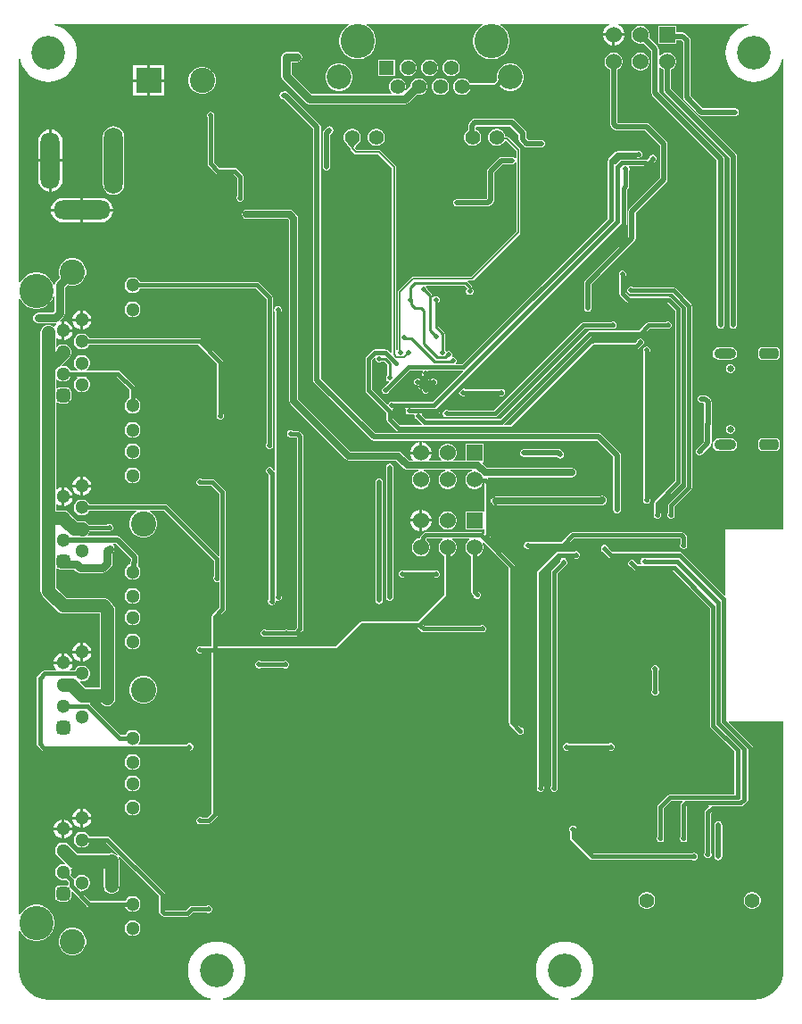
<source format=gbl>
G04*
G04 #@! TF.GenerationSoftware,Altium Limited,Altium Designer,25.4.2 (15)*
G04*
G04 Layer_Physical_Order=2*
G04 Layer_Color=16711680*
%FSLAX44Y44*%
%MOMM*%
G71*
G04*
G04 #@! TF.SameCoordinates,CF2555CE-50F3-4C54-A6B1-1294104F7050*
G04*
G04*
G04 #@! TF.FilePolarity,Positive*
G04*
G01*
G75*
%ADD14C,0.2540*%
%ADD99C,0.5080*%
%ADD100C,0.3810*%
%ADD101C,1.2700*%
%ADD102C,0.7620*%
%ADD104C,0.6350*%
%ADD105C,0.1778*%
%ADD106O,1.8000X6.3000*%
%ADD107O,1.8000X5.4000*%
%ADD108O,5.4000X1.8000*%
%ADD109C,2.4000*%
%ADD110R,2.4000X2.4000*%
G04:AMPARAMS|DCode=111|XSize=1.8mm|YSize=1mm|CornerRadius=0.25mm|HoleSize=0mm|Usage=FLASHONLY|Rotation=180.000|XOffset=0mm|YOffset=0mm|HoleType=Round|Shape=RoundedRectangle|*
%AMROUNDEDRECTD111*
21,1,1.8000,0.5000,0,0,180.0*
21,1,1.3000,1.0000,0,0,180.0*
1,1,0.5000,-0.6500,0.2500*
1,1,0.5000,0.6500,0.2500*
1,1,0.5000,0.6500,-0.2500*
1,1,0.5000,-0.6500,-0.2500*
%
%ADD111ROUNDEDRECTD111*%
%ADD112O,2.1000X1.0000*%
%ADD113C,0.6500*%
%ADD114C,1.3980*%
%ADD115R,1.3980X1.3980*%
%ADD116C,2.3550*%
%ADD117C,3.2500*%
%ADD118C,1.3000*%
G04:AMPARAMS|DCode=119|XSize=1.3mm|YSize=1.3mm|CornerRadius=0.325mm|HoleSize=0mm|Usage=FLASHONLY|Rotation=270.000|XOffset=0mm|YOffset=0mm|HoleType=Round|Shape=RoundedRectangle|*
%AMROUNDEDRECTD119*
21,1,1.3000,0.6500,0,0,270.0*
21,1,0.6500,1.3000,0,0,270.0*
1,1,0.6500,-0.3250,-0.3250*
1,1,0.6500,-0.3250,0.3250*
1,1,0.6500,0.3250,0.3250*
1,1,0.6500,0.3250,-0.3250*
%
%ADD119ROUNDEDRECTD119*%
%ADD120R,1.5300X1.5300*%
%ADD121C,1.5300*%
%ADD122C,1.4000*%
%ADD123C,3.2000*%
%ADD124C,0.5000*%
G36*
X704338Y986685D02*
X701547Y986015D01*
X697581Y984373D01*
X693922Y982130D01*
X690658Y979342D01*
X687870Y976078D01*
X685627Y972419D01*
X683985Y968453D01*
X682982Y964279D01*
X682646Y960000D01*
X682982Y955721D01*
X683985Y951547D01*
X685627Y947581D01*
X687870Y943922D01*
X690658Y940658D01*
X693922Y937870D01*
X697581Y935627D01*
X701547Y933985D01*
X705721Y932982D01*
X710000Y932646D01*
X714279Y932982D01*
X718453Y933985D01*
X722419Y935627D01*
X726078Y937870D01*
X729342Y940658D01*
X732130Y943922D01*
X734373Y947581D01*
X736015Y951547D01*
X736685Y954338D01*
X737685Y954220D01*
Y508532D01*
X683600D01*
X682835Y508215D01*
X682518Y507450D01*
Y445948D01*
X681594Y445566D01*
X641065Y486094D01*
X640104Y486736D01*
X638971Y486962D01*
X575227D01*
X571500Y490689D01*
Y490696D01*
X570967Y491983D01*
X569983Y492967D01*
X568696Y493500D01*
X567304D01*
X566017Y492967D01*
X565033Y491983D01*
X564500Y490696D01*
Y489304D01*
X565033Y488017D01*
X566017Y487033D01*
X567304Y486500D01*
X567311D01*
X571906Y481906D01*
X572867Y481264D01*
X574000Y481038D01*
X602674D01*
X603088Y480038D01*
X603033Y479983D01*
X602500Y478696D01*
Y477304D01*
X603033Y476017D01*
X603088Y475962D01*
X602674Y474962D01*
X599227D01*
X597500Y476689D01*
Y476696D01*
X596967Y477983D01*
X595983Y478967D01*
X594696Y479500D01*
X593304D01*
X592017Y478967D01*
X591033Y477983D01*
X590500Y476696D01*
Y475304D01*
X591033Y474017D01*
X592017Y473033D01*
X593304Y472500D01*
X593311D01*
X595906Y469906D01*
X596866Y469264D01*
X598000Y469038D01*
X632773D01*
X668113Y433698D01*
Y322262D01*
X668338Y321129D01*
X668981Y320168D01*
X691038Y298110D01*
Y256970D01*
X630008D01*
X628874Y256744D01*
X627913Y256102D01*
X618906Y247094D01*
X618264Y246133D01*
X618038Y245000D01*
Y216988D01*
X618033Y216983D01*
X617500Y215696D01*
Y214304D01*
X618033Y213017D01*
X619017Y212033D01*
X620304Y211500D01*
X621696D01*
X622983Y212033D01*
X623967Y213017D01*
X624500Y214304D01*
Y215696D01*
X623967Y216983D01*
X623962Y216988D01*
Y243773D01*
X631235Y251046D01*
X641585D01*
X641967Y250122D01*
X640906Y249060D01*
X640264Y248099D01*
X640038Y246966D01*
Y216988D01*
X640033Y216983D01*
X639500Y215696D01*
Y214304D01*
X640033Y213017D01*
X641017Y212033D01*
X642304Y211500D01*
X643696D01*
X644983Y212033D01*
X645967Y213017D01*
X646500Y214304D01*
Y215696D01*
X645967Y216983D01*
X645962Y216988D01*
Y245739D01*
X646459Y246236D01*
X666740D01*
X667123Y245312D01*
X663906Y242094D01*
X663263Y241133D01*
X663038Y240000D01*
Y201988D01*
X663033Y201983D01*
X662500Y200696D01*
Y199304D01*
X663033Y198017D01*
X664017Y197033D01*
X665304Y196500D01*
X666696D01*
X667983Y197033D01*
X668967Y198017D01*
X669500Y199304D01*
Y200696D01*
X668967Y201983D01*
X668962Y201988D01*
Y238773D01*
X671615Y241426D01*
X699190D01*
X700323Y241651D01*
X701284Y242293D01*
X708094Y249103D01*
X708736Y250064D01*
X708962Y251198D01*
Y300942D01*
X708736Y302075D01*
X708094Y303036D01*
X685687Y325444D01*
X686069Y326368D01*
X737685D01*
Y90000D01*
X737688Y89990D01*
X737347Y85669D01*
X736333Y81444D01*
X734670Y77430D01*
X732400Y73725D01*
X729579Y70421D01*
X726275Y67600D01*
X722570Y65329D01*
X718556Y63667D01*
X714331Y62653D01*
X710010Y62312D01*
X710000Y62315D01*
X535780D01*
X535662Y63314D01*
X538453Y63984D01*
X542419Y65627D01*
X546078Y67870D01*
X549342Y70658D01*
X552130Y73922D01*
X554373Y77581D01*
X556016Y81547D01*
X557018Y85721D01*
X557354Y90000D01*
X557018Y94279D01*
X556016Y98453D01*
X554373Y102419D01*
X552130Y106079D01*
X549342Y109342D01*
X546078Y112130D01*
X542419Y114373D01*
X538453Y116016D01*
X534279Y117017D01*
X530000Y117354D01*
X525721Y117017D01*
X521547Y116016D01*
X517581Y114373D01*
X513922Y112130D01*
X510658Y109342D01*
X507870Y106079D01*
X505627Y102419D01*
X503984Y98453D01*
X502982Y94279D01*
X502646Y90000D01*
X502982Y85721D01*
X503984Y81547D01*
X505627Y77581D01*
X507870Y73922D01*
X510658Y70658D01*
X513922Y67870D01*
X517581Y65627D01*
X521547Y63984D01*
X524338Y63314D01*
X524220Y62315D01*
X205780D01*
X205662Y63314D01*
X208453Y63984D01*
X212419Y65627D01*
X216078Y67870D01*
X219342Y70658D01*
X222130Y73921D01*
X224373Y77581D01*
X226015Y81547D01*
X227017Y85721D01*
X227354Y90000D01*
X227017Y94279D01*
X226015Y98453D01*
X224373Y102419D01*
X222130Y106079D01*
X219342Y109342D01*
X216078Y112130D01*
X212419Y114373D01*
X208453Y116016D01*
X204279Y117018D01*
X200000Y117354D01*
X195721Y117018D01*
X191547Y116016D01*
X187581Y114373D01*
X183922Y112130D01*
X180658Y109342D01*
X177870Y106079D01*
X175627Y102419D01*
X173985Y98453D01*
X172982Y94279D01*
X172646Y90000D01*
X172982Y85721D01*
X173985Y81547D01*
X175627Y77581D01*
X177870Y73921D01*
X180658Y70658D01*
X183922Y67870D01*
X187581Y65627D01*
X191547Y63984D01*
X194338Y63314D01*
X194220Y62315D01*
X40000D01*
X39990Y62312D01*
X35669Y62653D01*
X31444Y63667D01*
X27430Y65329D01*
X23725Y67600D01*
X20421Y70421D01*
X17600Y73725D01*
X15330Y77430D01*
X13667Y81444D01*
X12653Y85669D01*
X12312Y89990D01*
X12314Y90000D01*
Y126877D01*
X13295Y127072D01*
X13313Y127029D01*
X15201Y124204D01*
X17604Y121801D01*
X20429Y119913D01*
X23568Y118613D01*
X26901Y117950D01*
X30299D01*
X33632Y118613D01*
X36771Y119913D01*
X39596Y121801D01*
X41999Y124204D01*
X43887Y127029D01*
X45187Y130168D01*
X45850Y133501D01*
Y136899D01*
X45187Y140232D01*
X43887Y143371D01*
X41999Y146196D01*
X39596Y148599D01*
X36771Y150487D01*
X33632Y151787D01*
X30299Y152450D01*
X26901D01*
X23568Y151787D01*
X20429Y150487D01*
X17604Y148599D01*
X15201Y146196D01*
X13313Y143371D01*
X13295Y143328D01*
X12314Y143523D01*
Y726377D01*
X13295Y726572D01*
X13313Y726529D01*
X15201Y723704D01*
X17604Y721301D01*
X20429Y719413D01*
X23568Y718113D01*
X26901Y717450D01*
X30299D01*
X33632Y718113D01*
X36771Y719413D01*
X39596Y721301D01*
X41999Y723704D01*
X43887Y726529D01*
X45096Y729448D01*
X46096Y729249D01*
Y715495D01*
X44505Y713904D01*
X30300D01*
X28423Y713531D01*
X26832Y712468D01*
X25769Y710877D01*
X25396Y709000D01*
X25769Y707123D01*
X26832Y705532D01*
X28423Y704469D01*
X30300Y704096D01*
X46536D01*
X47361Y704260D01*
X47854Y703338D01*
X46766Y702251D01*
X45977Y700884D01*
X45934Y700847D01*
X44705Y700654D01*
X43707Y701420D01*
X41919Y702161D01*
X40000Y702413D01*
X38081Y702161D01*
X36293Y701420D01*
X34758Y700242D01*
X33580Y698707D01*
X32839Y696919D01*
X32587Y695000D01*
Y684000D01*
Y672000D01*
Y662219D01*
Y522447D01*
Y450000D01*
X32839Y448081D01*
X33580Y446293D01*
X34758Y444758D01*
X48758Y430758D01*
X50293Y429580D01*
X52081Y428839D01*
X54000Y428587D01*
X88587D01*
Y389000D01*
Y358456D01*
X74847D01*
X70165Y363138D01*
X70682Y364035D01*
X70813Y364000D01*
X72787D01*
X74695Y364511D01*
X76405Y365499D01*
X77801Y366895D01*
X78789Y368605D01*
X79300Y370513D01*
Y372487D01*
X78789Y374395D01*
X77801Y376105D01*
X76405Y377501D01*
X74695Y378489D01*
X72787Y379000D01*
X70813D01*
X68905Y378489D01*
X67195Y377501D01*
X65799Y376105D01*
X64850Y374462D01*
X60961D01*
X60546Y375462D01*
X61234Y376149D01*
X62424Y378211D01*
X63019Y380430D01*
X54000D01*
X44981D01*
X45576Y378211D01*
X46766Y376149D01*
X47454Y375462D01*
X47039Y374462D01*
X36500D01*
X35366Y374236D01*
X34406Y373594D01*
X29906Y369094D01*
X29264Y368134D01*
X29038Y367000D01*
Y305000D01*
X29264Y303867D01*
X29906Y302906D01*
X33906Y298906D01*
X34866Y298263D01*
X36000Y298038D01*
X173000D01*
X174133Y298263D01*
X174487Y298500D01*
X174696D01*
X175983Y299033D01*
X176967Y300017D01*
X177500Y301304D01*
Y302696D01*
X176967Y303983D01*
X175983Y304967D01*
X174696Y305500D01*
X173304D01*
X172017Y304967D01*
X171033Y303983D01*
X171024Y303962D01*
X125483D01*
X125069Y304962D01*
X126002Y305895D01*
X126989Y307605D01*
X127500Y309513D01*
Y311487D01*
X126989Y313395D01*
X126002Y315105D01*
X124605Y316502D01*
X122895Y317489D01*
X120987Y318000D01*
X119013D01*
X117105Y317489D01*
X115395Y316502D01*
X113998Y315105D01*
X113050Y313462D01*
X108727D01*
X79560Y342629D01*
X79974Y343629D01*
X89887D01*
X90758Y342758D01*
X92293Y341580D01*
X94081Y340839D01*
X96000Y340587D01*
X97919Y340839D01*
X99707Y341580D01*
X101242Y342758D01*
X102420Y344293D01*
X103161Y346081D01*
X103413Y348000D01*
Y389000D01*
Y432000D01*
X103161Y433919D01*
X102420Y435707D01*
X101242Y437242D01*
X97242Y441242D01*
X95707Y442420D01*
X93919Y443161D01*
X92000Y443413D01*
X57071D01*
X47413Y453071D01*
Y470665D01*
X48413Y471200D01*
X49092Y470747D01*
X50750Y470417D01*
X56635D01*
X56690Y470406D01*
X64659D01*
X66532Y468532D01*
X68123Y467469D01*
X70000Y467096D01*
X91536D01*
X93413Y467469D01*
X95004Y468532D01*
X99468Y472996D01*
X100531Y474587D01*
X100904Y476464D01*
Y485969D01*
X101468Y486532D01*
X102531Y488123D01*
X102904Y490000D01*
X102531Y491877D01*
X101468Y493468D01*
X100985Y493791D01*
X101288Y494791D01*
X104105D01*
X118391Y480505D01*
Y478434D01*
X118181Y478120D01*
X117906Y476739D01*
Y475204D01*
X117105Y474989D01*
X115395Y474002D01*
X113998Y472605D01*
X113011Y470895D01*
X112500Y468987D01*
Y467013D01*
X113011Y465105D01*
X113998Y463395D01*
X115395Y461998D01*
X117105Y461011D01*
X119013Y460500D01*
X120987D01*
X122895Y461011D01*
X124605Y461998D01*
X126002Y463395D01*
X126989Y465105D01*
X127500Y467013D01*
Y468987D01*
X126989Y470895D01*
X126002Y472605D01*
X125125Y473482D01*
Y475528D01*
X125335Y475842D01*
X125609Y477223D01*
Y482000D01*
X125335Y483381D01*
X124552Y484552D01*
X108152Y500952D01*
X106981Y501735D01*
X105600Y502009D01*
X77230D01*
X76816Y503009D01*
X77801Y503995D01*
X78789Y505705D01*
X79085Y506810D01*
X96554D01*
X97304Y506500D01*
X98696D01*
X99983Y507033D01*
X100967Y508017D01*
X101500Y509304D01*
Y510696D01*
X100967Y511983D01*
X99983Y512967D01*
X98696Y513500D01*
X97304D01*
X96017Y512967D01*
X95785Y512734D01*
X78073D01*
X77801Y513205D01*
X76405Y514602D01*
X74695Y515589D01*
X72787Y516100D01*
X70813D01*
X70704Y516071D01*
X67295D01*
X60058Y523308D01*
X60002Y523405D01*
X58605Y524801D01*
X56895Y525789D01*
X54987Y526300D01*
X53013D01*
X52904Y526271D01*
X47413D01*
Y531696D01*
X48337Y532078D01*
X48449Y531966D01*
X50511Y530776D01*
X52730Y530181D01*
Y539200D01*
Y548219D01*
X50511Y547624D01*
X48449Y546434D01*
X48337Y546322D01*
X47413Y546704D01*
Y628165D01*
X48413Y628700D01*
X49092Y628247D01*
X50750Y627917D01*
X57250D01*
X58908Y628247D01*
X60314Y629186D01*
X61253Y630592D01*
X61583Y632250D01*
Y638750D01*
X61253Y640408D01*
X60314Y641814D01*
X58908Y642753D01*
X57250Y643083D01*
X50750D01*
X49092Y642753D01*
X48413Y642300D01*
X47413Y642835D01*
Y650466D01*
X48413Y650880D01*
X49395Y649899D01*
X51105Y648911D01*
X53013Y648400D01*
X54987D01*
X56895Y648911D01*
X58605Y649899D01*
X60002Y651295D01*
X60950Y652938D01*
X67337D01*
X67605Y651938D01*
X67195Y651702D01*
X65799Y650305D01*
X64811Y648595D01*
X64300Y646687D01*
Y644713D01*
X64811Y642805D01*
X65799Y641095D01*
X67195Y639698D01*
X68905Y638711D01*
X70813Y638200D01*
X72787D01*
X74695Y638711D01*
X76405Y639698D01*
X77801Y641095D01*
X78789Y642805D01*
X79300Y644713D01*
Y646687D01*
X78789Y648595D01*
X77801Y650305D01*
X76405Y651702D01*
X75995Y651938D01*
X76263Y652938D01*
X104873D01*
X117038Y640773D01*
Y632450D01*
X115395Y631502D01*
X113998Y630105D01*
X113011Y628395D01*
X112500Y626487D01*
Y624513D01*
X113011Y622605D01*
X113998Y620895D01*
X115395Y619498D01*
X117105Y618511D01*
X119013Y618000D01*
X120987D01*
X122895Y618511D01*
X124605Y619498D01*
X126002Y620895D01*
X126989Y622605D01*
X127500Y624513D01*
Y626487D01*
X126989Y628395D01*
X126002Y630105D01*
X124605Y631502D01*
X122962Y632450D01*
Y642000D01*
X122737Y643133D01*
X122094Y644094D01*
X108194Y657994D01*
X107233Y658636D01*
X106100Y658862D01*
X76263D01*
X75995Y659862D01*
X76405Y660098D01*
X77801Y661495D01*
X78789Y663205D01*
X79300Y665113D01*
Y667087D01*
X78789Y668995D01*
X77801Y670705D01*
X76405Y672102D01*
X74695Y673089D01*
X72787Y673600D01*
X70813D01*
X68905Y673089D01*
X67195Y672102D01*
X65799Y670705D01*
X64811Y668995D01*
X64300Y667087D01*
Y665113D01*
X64811Y663205D01*
X65799Y661495D01*
X67195Y660098D01*
X67605Y659862D01*
X67337Y658862D01*
X60950D01*
X60002Y660505D01*
X58605Y661901D01*
X56895Y662889D01*
X54987Y663400D01*
X53080D01*
X52882Y663625D01*
X52519Y664254D01*
X58508Y670242D01*
X58605Y670298D01*
X60002Y671695D01*
X60989Y673405D01*
X61500Y675313D01*
Y677287D01*
X60989Y679195D01*
X60002Y680905D01*
X58605Y682301D01*
X56895Y683289D01*
X54987Y683800D01*
X53013D01*
X51105Y683289D01*
X49395Y682301D01*
X48413Y681320D01*
X47413Y681734D01*
Y689195D01*
X48337Y689578D01*
X48449Y689466D01*
X50511Y688276D01*
X52730Y687681D01*
Y696700D01*
Y705719D01*
X51193Y705307D01*
X50675Y706203D01*
X54468Y709996D01*
X55531Y711587D01*
X55904Y713464D01*
Y737969D01*
X58189Y740254D01*
X61189Y739450D01*
X64612D01*
X67918Y740336D01*
X70882Y742047D01*
X73303Y744468D01*
X75014Y747432D01*
X75900Y750739D01*
Y754162D01*
X75014Y757468D01*
X73303Y760432D01*
X70882Y762853D01*
X67918Y764564D01*
X64612Y765450D01*
X61189D01*
X57882Y764564D01*
X54918Y762853D01*
X52497Y760432D01*
X50786Y757468D01*
X49900Y754162D01*
Y750739D01*
X50786Y747432D01*
X51046Y746982D01*
X47532Y743468D01*
X46469Y741877D01*
X46096Y740000D01*
X45096Y739952D01*
X43887Y742871D01*
X41999Y745696D01*
X39596Y748099D01*
X36771Y749987D01*
X33632Y751287D01*
X30299Y751950D01*
X26901D01*
X23568Y751287D01*
X20429Y749987D01*
X17604Y748099D01*
X15201Y745696D01*
X13313Y742871D01*
X13295Y742828D01*
X12314Y743023D01*
Y954220D01*
X13314Y954338D01*
X13985Y951547D01*
X15627Y947581D01*
X17870Y943922D01*
X20658Y940658D01*
X23921Y937870D01*
X27581Y935627D01*
X31547Y933985D01*
X35721Y932982D01*
X40000Y932646D01*
X44279Y932982D01*
X48453Y933985D01*
X52419Y935627D01*
X56079Y937870D01*
X59342Y940658D01*
X62130Y943922D01*
X64373Y947581D01*
X66016Y951547D01*
X67017Y955721D01*
X67354Y960000D01*
X67017Y964279D01*
X66016Y968453D01*
X64373Y972419D01*
X62130Y976078D01*
X59342Y979342D01*
X56079Y982130D01*
X52419Y984373D01*
X48453Y986015D01*
X45662Y986685D01*
X45781Y987685D01*
X325177Y987685D01*
X325372Y986705D01*
X325329Y986687D01*
X322504Y984799D01*
X320101Y982396D01*
X318213Y979571D01*
X316913Y976432D01*
X316250Y973099D01*
Y969701D01*
X316913Y966368D01*
X318213Y963229D01*
X320101Y960404D01*
X322504Y958001D01*
X325329Y956113D01*
X328468Y954813D01*
X331801Y954150D01*
X335199D01*
X338532Y954813D01*
X341671Y956113D01*
X344496Y958001D01*
X346899Y960404D01*
X348787Y963229D01*
X350087Y966368D01*
X350750Y969701D01*
Y973099D01*
X350087Y976432D01*
X348787Y979571D01*
X346899Y982396D01*
X344496Y984799D01*
X341671Y986687D01*
X341628Y986705D01*
X341823Y987685D01*
X452177D01*
X452373Y986705D01*
X452329Y986687D01*
X449504Y984799D01*
X447101Y982396D01*
X445213Y979571D01*
X443913Y976432D01*
X443250Y973099D01*
Y969701D01*
X443913Y966368D01*
X445213Y963229D01*
X447101Y960404D01*
X449504Y958001D01*
X452329Y956113D01*
X455468Y954813D01*
X458801Y954150D01*
X462199D01*
X465532Y954813D01*
X468671Y956113D01*
X471496Y958001D01*
X473899Y960404D01*
X475787Y963229D01*
X477087Y966368D01*
X477750Y969701D01*
Y973099D01*
X477087Y976432D01*
X475787Y979571D01*
X473899Y982396D01*
X471496Y984799D01*
X468671Y986687D01*
X468628Y986705D01*
X468823Y987685D01*
X572035Y987685D01*
X572303Y986685D01*
X570343Y985554D01*
X568446Y983657D01*
X567104Y981333D01*
X566410Y978742D01*
Y978670D01*
X576600D01*
X586790D01*
Y978742D01*
X586096Y981333D01*
X584754Y983657D01*
X582857Y985554D01*
X580897Y986685D01*
X581165Y987685D01*
X704220D01*
X704338Y986685D01*
D02*
G37*
%LPC*%
G36*
X586790Y976130D02*
X577870D01*
Y967210D01*
X577942D01*
X580533Y967904D01*
X582857Y969246D01*
X584754Y971143D01*
X586096Y973467D01*
X586790Y976058D01*
Y976130D01*
D02*
G37*
G36*
X575330D02*
X566410D01*
Y976058D01*
X567104Y973467D01*
X568446Y971143D01*
X570343Y969246D01*
X572667Y967904D01*
X575258Y967210D01*
X575330D01*
Y976130D01*
D02*
G37*
G36*
X603139Y960650D02*
X600861D01*
X598661Y960061D01*
X596689Y958922D01*
X595078Y957311D01*
X593940Y955339D01*
X593350Y953139D01*
Y950861D01*
X593940Y948661D01*
X595078Y946689D01*
X596689Y945078D01*
X598661Y943940D01*
X600861Y943350D01*
X603139D01*
X605339Y943940D01*
X607311Y945078D01*
X608922Y946689D01*
X610061Y948661D01*
X610650Y950861D01*
Y953139D01*
X610061Y955339D01*
X608922Y957311D01*
X607311Y958922D01*
X605339Y960061D01*
X603139Y960650D01*
D02*
G37*
G36*
X423452Y953990D02*
X421348D01*
X419316Y953446D01*
X417494Y952394D01*
X416006Y950906D01*
X414954Y949084D01*
X414410Y947052D01*
Y944948D01*
X414954Y942916D01*
X416006Y941094D01*
X417494Y939606D01*
X419316Y938555D01*
X421348Y938010D01*
X423452D01*
X425484Y938555D01*
X427306Y939606D01*
X428794Y941094D01*
X429846Y942916D01*
X430390Y944948D01*
Y947052D01*
X429846Y949084D01*
X428794Y950906D01*
X427306Y952394D01*
X425484Y953446D01*
X423452Y953990D01*
D02*
G37*
G36*
X403052D02*
X400948D01*
X398916Y953446D01*
X397094Y952394D01*
X395606Y950906D01*
X394554Y949084D01*
X394010Y947052D01*
Y944948D01*
X394554Y942916D01*
X395606Y941094D01*
X397094Y939606D01*
X398916Y938555D01*
X400948Y938010D01*
X403052D01*
X405084Y938555D01*
X406906Y939606D01*
X408394Y941094D01*
X409445Y942916D01*
X409990Y944948D01*
Y947052D01*
X409445Y949084D01*
X408394Y950906D01*
X406906Y952394D01*
X405084Y953446D01*
X403052Y953990D01*
D02*
G37*
G36*
X382652D02*
X380548D01*
X378516Y953446D01*
X376694Y952394D01*
X375206Y950906D01*
X374155Y949084D01*
X373610Y947052D01*
Y944948D01*
X374155Y942916D01*
X375206Y941094D01*
X376694Y939606D01*
X378516Y938555D01*
X380548Y938010D01*
X382652D01*
X384684Y938555D01*
X386506Y939606D01*
X387994Y941094D01*
X389045Y942916D01*
X389590Y944948D01*
Y947052D01*
X389045Y949084D01*
X387994Y950906D01*
X386506Y952394D01*
X384684Y953446D01*
X382652Y953990D01*
D02*
G37*
G36*
X369190D02*
X353210D01*
Y938010D01*
X369190D01*
Y953990D01*
D02*
G37*
G36*
X149740Y948540D02*
X136470D01*
Y935270D01*
X149740D01*
Y948540D01*
D02*
G37*
G36*
X133930D02*
X120660D01*
Y935270D01*
X133930D01*
Y948540D01*
D02*
G37*
G36*
X479982Y949875D02*
X476618D01*
X473369Y949004D01*
X470456Y947322D01*
X468078Y944944D01*
X466396Y942031D01*
X465525Y938782D01*
Y935418D01*
X465855Y934186D01*
X462832Y931162D01*
X440078D01*
X440046Y931284D01*
X438994Y933106D01*
X437506Y934594D01*
X435684Y935646D01*
X433652Y936190D01*
X431548D01*
X429516Y935646D01*
X427694Y934594D01*
X426206Y933106D01*
X425154Y931284D01*
X424610Y929252D01*
Y927148D01*
X425154Y925116D01*
X426206Y923294D01*
X427694Y921806D01*
X429516Y920754D01*
X431548Y920210D01*
X433652D01*
X435684Y920754D01*
X437506Y921806D01*
X438994Y923294D01*
X440046Y925116D01*
X440078Y925238D01*
X464058D01*
X465192Y925463D01*
X466153Y926106D01*
X468690Y928643D01*
X470456Y926877D01*
X473369Y925196D01*
X476618Y924325D01*
X479982D01*
X483231Y925196D01*
X486144Y926877D01*
X488522Y929256D01*
X490204Y932169D01*
X491075Y935418D01*
Y938782D01*
X490204Y942031D01*
X488522Y944944D01*
X486144Y947322D01*
X483231Y949004D01*
X479982Y949875D01*
D02*
G37*
G36*
X317382D02*
X314018D01*
X310769Y949004D01*
X307856Y947322D01*
X305478Y944944D01*
X303796Y942031D01*
X302925Y938782D01*
Y935418D01*
X303796Y932169D01*
X305478Y929256D01*
X307856Y926877D01*
X310769Y925196D01*
X314018Y924325D01*
X317382D01*
X320631Y925196D01*
X323544Y926877D01*
X325923Y929256D01*
X327604Y932169D01*
X328475Y935418D01*
Y938782D01*
X327604Y942031D01*
X325923Y944944D01*
X323544Y947322D01*
X320631Y949004D01*
X317382Y949875D01*
D02*
G37*
G36*
X187712Y947000D02*
X184289D01*
X180982Y946114D01*
X178018Y944403D01*
X175597Y941982D01*
X173886Y939018D01*
X173000Y935712D01*
Y932289D01*
X173886Y928982D01*
X175597Y926018D01*
X178018Y923597D01*
X180982Y921886D01*
X184289Y921000D01*
X187712D01*
X191018Y921886D01*
X193982Y923597D01*
X196403Y926018D01*
X198114Y928982D01*
X199000Y932289D01*
Y935712D01*
X198114Y939018D01*
X196403Y941982D01*
X193982Y944403D01*
X191018Y946114D01*
X187712Y947000D01*
D02*
G37*
G36*
X413252Y936190D02*
X411148D01*
X409116Y935646D01*
X407294Y934594D01*
X405806Y933106D01*
X404754Y931284D01*
X404210Y929252D01*
Y927148D01*
X404754Y925116D01*
X405806Y923294D01*
X407294Y921806D01*
X409116Y920754D01*
X411148Y920210D01*
X413252D01*
X415284Y920754D01*
X417106Y921806D01*
X418594Y923294D01*
X419646Y925116D01*
X420190Y927148D01*
Y929252D01*
X419646Y931284D01*
X418594Y933106D01*
X417106Y934594D01*
X415284Y935646D01*
X413252Y936190D01*
D02*
G37*
G36*
X276000Y961254D02*
X274240Y960904D01*
X266000D01*
X264123Y960531D01*
X262532Y959468D01*
X261469Y957877D01*
X261096Y956000D01*
Y938000D01*
X261469Y936123D01*
X262532Y934532D01*
X284132Y912932D01*
X285723Y911869D01*
X287600Y911496D01*
X378279D01*
X380156Y911869D01*
X381747Y912932D01*
X389389Y920574D01*
X390748Y920210D01*
X392852D01*
X394884Y920754D01*
X396706Y921806D01*
X398194Y923294D01*
X399245Y925116D01*
X399790Y927148D01*
Y929252D01*
X399245Y931284D01*
X398194Y933106D01*
X396706Y934594D01*
X394884Y935646D01*
X392852Y936190D01*
X390748D01*
X388716Y935646D01*
X386894Y934594D01*
X385406Y933106D01*
X384355Y931284D01*
X383810Y929252D01*
Y928867D01*
X379815Y924872D01*
X378919Y925390D01*
X379390Y927148D01*
Y929252D01*
X378845Y931284D01*
X377794Y933106D01*
X376306Y934594D01*
X374484Y935646D01*
X372452Y936190D01*
X370348D01*
X368316Y935646D01*
X366494Y934594D01*
X365006Y933106D01*
X363955Y931284D01*
X363410Y929252D01*
Y927148D01*
X363955Y925116D01*
X365006Y923294D01*
X365996Y922304D01*
X365582Y921304D01*
X289631D01*
X270904Y940031D01*
Y951096D01*
X275650D01*
X277527Y951469D01*
X279118Y952532D01*
X279468Y952882D01*
X280531Y954473D01*
X280904Y956350D01*
X280531Y958227D01*
X279468Y959818D01*
X277877Y960881D01*
X276000Y961254D01*
D02*
G37*
G36*
X149740Y932730D02*
X136470D01*
Y919460D01*
X149740D01*
Y932730D01*
D02*
G37*
G36*
X133930D02*
X120660D01*
Y919460D01*
X133930D01*
Y932730D01*
D02*
G37*
G36*
X636050Y986050D02*
X618750D01*
Y968750D01*
X636050D01*
Y972391D01*
X640505D01*
X642391Y970505D01*
Y918000D01*
X642665Y916619D01*
X643448Y915448D01*
X657448Y901448D01*
X658619Y900665D01*
X660000Y900391D01*
X692000D01*
X692550Y900500D01*
X692696D01*
X692831Y900556D01*
X693381Y900665D01*
X693847Y900977D01*
X693983Y901033D01*
X694086Y901136D01*
X694552Y901448D01*
X694864Y901914D01*
X694967Y902017D01*
X695023Y902153D01*
X695335Y902619D01*
X695444Y903168D01*
X695500Y903304D01*
Y903450D01*
X695609Y904000D01*
X695500Y904550D01*
Y904696D01*
X695444Y904831D01*
X695335Y905381D01*
X695023Y905847D01*
X694967Y905983D01*
X694864Y906086D01*
X694552Y906552D01*
X694086Y906863D01*
X693983Y906967D01*
X693847Y907023D01*
X693381Y907335D01*
X692831Y907444D01*
X692696Y907500D01*
X692550D01*
X692000Y907609D01*
X661495D01*
X649609Y919495D01*
Y972000D01*
X649335Y973381D01*
X648552Y974552D01*
X644552Y978552D01*
X643381Y979335D01*
X642000Y979609D01*
X636050D01*
Y986050D01*
D02*
G37*
G36*
X352352Y887990D02*
X350248D01*
X348216Y887446D01*
X346394Y886394D01*
X344906Y884906D01*
X343854Y883084D01*
X343310Y881052D01*
Y878948D01*
X343854Y876916D01*
X344906Y875094D01*
X346394Y873606D01*
X348216Y872554D01*
X350248Y872010D01*
X352352D01*
X354384Y872554D01*
X356206Y873606D01*
X357694Y875094D01*
X358745Y876916D01*
X359290Y878948D01*
Y881052D01*
X358745Y883084D01*
X357694Y884906D01*
X356206Y886394D01*
X354384Y887446D01*
X352352Y887990D01*
D02*
G37*
G36*
X480000Y897609D02*
X444976D01*
X443595Y897335D01*
X442424Y896552D01*
X439448Y893576D01*
X438665Y892405D01*
X438391Y891024D01*
Y886738D01*
X437794Y886394D01*
X436306Y884906D01*
X435255Y883084D01*
X434710Y881052D01*
Y878948D01*
X435255Y876916D01*
X436306Y875094D01*
X437794Y873606D01*
X439616Y872554D01*
X441648Y872010D01*
X443752D01*
X445784Y872554D01*
X447606Y873606D01*
X449094Y875094D01*
X450145Y876916D01*
X450690Y878948D01*
Y881052D01*
X450145Y883084D01*
X449094Y884906D01*
X447606Y886394D01*
X445784Y887446D01*
X445609Y887492D01*
Y889529D01*
X446471Y890391D01*
X478505D01*
X486391Y882505D01*
Y878000D01*
X486665Y876619D01*
X487448Y875448D01*
X491448Y871448D01*
X492619Y870665D01*
X494000Y870391D01*
X508000D01*
X508550Y870500D01*
X508696D01*
X508831Y870556D01*
X509381Y870665D01*
X509847Y870977D01*
X509983Y871033D01*
X510086Y871136D01*
X510552Y871448D01*
X510863Y871914D01*
X510967Y872017D01*
X511023Y872153D01*
X511335Y872619D01*
X511444Y873168D01*
X511500Y873304D01*
Y873450D01*
X511609Y874000D01*
X511500Y874550D01*
Y874696D01*
X511444Y874831D01*
X511335Y875381D01*
X511023Y875847D01*
X510967Y875983D01*
X510863Y876086D01*
X510552Y876552D01*
X510086Y876863D01*
X509983Y876967D01*
X509847Y877023D01*
X509381Y877335D01*
X508831Y877444D01*
X508696Y877500D01*
X508550D01*
X508000Y877609D01*
X495495D01*
X493609Y879495D01*
Y884000D01*
X493335Y885381D01*
X492552Y886552D01*
X482552Y896552D01*
X481381Y897335D01*
X480000Y897609D01*
D02*
G37*
G36*
X466652Y887990D02*
X464548D01*
X462516Y887446D01*
X460694Y886394D01*
X459206Y884906D01*
X458154Y883084D01*
X457610Y881052D01*
Y878948D01*
X458154Y876916D01*
X459206Y875094D01*
X460694Y873606D01*
X462516Y872554D01*
X464548Y872010D01*
X466652D01*
X468684Y872554D01*
X470506Y873606D01*
X471994Y875094D01*
X472988Y876817D01*
X474459D01*
X484074Y867202D01*
Y860075D01*
X483074Y859771D01*
X483023Y859847D01*
X482967Y859983D01*
X482864Y860086D01*
X482552Y860552D01*
X482086Y860864D01*
X481983Y860967D01*
X481847Y861023D01*
X481381Y861335D01*
X480831Y861444D01*
X480696Y861500D01*
X480550D01*
X480000Y861609D01*
X470000D01*
X468619Y861335D01*
X467448Y860552D01*
X457448Y850552D01*
X456665Y849381D01*
X456391Y848000D01*
Y822471D01*
X455529Y821609D01*
X428000D01*
X427450Y821500D01*
X427304D01*
X427169Y821444D01*
X426619Y821335D01*
X426153Y821023D01*
X426017Y820967D01*
X425914Y820863D01*
X425448Y820552D01*
X425136Y820086D01*
X425033Y819983D01*
X424977Y819847D01*
X424665Y819381D01*
X424556Y818831D01*
X424500Y818696D01*
Y818550D01*
X424391Y818000D01*
X424500Y817450D01*
Y817304D01*
X424556Y817169D01*
X424665Y816619D01*
X424977Y816153D01*
X425033Y816017D01*
X425136Y815914D01*
X425448Y815448D01*
X425914Y815136D01*
X426017Y815033D01*
X426153Y814977D01*
X426619Y814665D01*
X427169Y814556D01*
X427304Y814500D01*
X427450D01*
X428000Y814391D01*
X457024D01*
X458405Y814665D01*
X459576Y815448D01*
X462552Y818424D01*
X463335Y819595D01*
X463609Y820976D01*
Y846505D01*
X471495Y854391D01*
X480000D01*
X480550Y854500D01*
X480696D01*
X480831Y854556D01*
X481381Y854665D01*
X481847Y854977D01*
X481983Y855033D01*
X482086Y855136D01*
X482552Y855448D01*
X482864Y855914D01*
X482967Y856017D01*
X483023Y856153D01*
X483074Y856229D01*
X484074Y855925D01*
Y790798D01*
X441202Y747926D01*
X386000D01*
X385263Y747779D01*
X384638Y747362D01*
X372249Y734973D01*
X371832Y734348D01*
X371685Y733611D01*
Y678635D01*
X371033Y677983D01*
X370926Y677725D01*
X369926Y677924D01*
Y852000D01*
X369926Y852000D01*
X369779Y852737D01*
X369362Y853362D01*
X355362Y867362D01*
X354737Y867779D01*
X354000Y867926D01*
X332798D01*
X330802Y869922D01*
X333213Y873553D01*
X333306Y873606D01*
X334794Y875094D01*
X335845Y876916D01*
X336390Y878948D01*
Y881052D01*
X335845Y883084D01*
X334794Y884906D01*
X333306Y886394D01*
X331484Y887446D01*
X329452Y887990D01*
X327348D01*
X325316Y887446D01*
X323494Y886394D01*
X322006Y884906D01*
X320955Y883084D01*
X320410Y881052D01*
Y878948D01*
X320955Y876916D01*
X322006Y875094D01*
X323494Y873606D01*
X323587Y873553D01*
X326586Y869036D01*
X326621Y868863D01*
X327038Y868238D01*
X330638Y864638D01*
X331263Y864221D01*
X332000Y864074D01*
X353202D01*
X366074Y851202D01*
Y675421D01*
X365150Y675039D01*
X362094Y678094D01*
X361133Y678736D01*
X360000Y678962D01*
X350000D01*
X348867Y678736D01*
X347906Y678094D01*
X341906Y672094D01*
X341264Y671133D01*
X341038Y670000D01*
Y640000D01*
X341264Y638867D01*
X341906Y637906D01*
X361038Y618773D01*
Y612232D01*
X361264Y611098D01*
X361906Y610137D01*
X370137Y601906D01*
X371098Y601264D01*
X372232Y601038D01*
X480000D01*
X481133Y601264D01*
X482094Y601906D01*
X559227Y679038D01*
X598000D01*
X599133Y679264D01*
X600094Y679906D01*
X602689Y682500D01*
X602696D01*
X603983Y683033D01*
X604967Y684017D01*
X605500Y685304D01*
Y686696D01*
X604967Y687983D01*
X603983Y688967D01*
X602696Y689500D01*
X601304D01*
X600017Y688967D01*
X599033Y687983D01*
X598500Y686696D01*
Y686689D01*
X596773Y684962D01*
X558000D01*
X556866Y684736D01*
X555906Y684094D01*
X478773Y606962D01*
X472482D01*
X472170Y607722D01*
X472151Y607962D01*
X555227Y691038D01*
X602000D01*
X603134Y691264D01*
X604094Y691906D01*
X611227Y699038D01*
X626012D01*
X626017Y699033D01*
X627304Y698500D01*
X628696D01*
X629983Y699033D01*
X630967Y700017D01*
X631500Y701304D01*
Y702696D01*
X630967Y703983D01*
X629983Y704967D01*
X628696Y705500D01*
X627304D01*
X626017Y704967D01*
X626012Y704962D01*
X610000D01*
X608867Y704736D01*
X607906Y704094D01*
X600773Y696962D01*
X554000D01*
X552867Y696737D01*
X551906Y696094D01*
X468773Y612962D01*
X398095D01*
X394506Y616550D01*
X394226Y617228D01*
X394848Y618228D01*
X409190D01*
X410323Y618453D01*
X411284Y619096D01*
X429576Y637387D01*
X430619Y637016D01*
X431033Y636017D01*
X432017Y635033D01*
X433304Y634500D01*
X434696D01*
X435983Y635033D01*
X435988Y635038D01*
X468012D01*
X468017Y635033D01*
X469304Y634500D01*
X470696D01*
X471983Y635033D01*
X472967Y636017D01*
X473500Y637304D01*
Y638696D01*
X472967Y639983D01*
X471983Y640967D01*
X470696Y641500D01*
X469304D01*
X468017Y640967D01*
X468012Y640962D01*
X435988D01*
X435983Y640967D01*
X434984Y641381D01*
X434613Y642424D01*
X588094Y795906D01*
X588736Y796867D01*
X588962Y798000D01*
Y830773D01*
X590094Y831906D01*
X590737Y832867D01*
X590962Y834000D01*
Y848012D01*
X590967Y848017D01*
X591500Y849304D01*
Y850696D01*
X590967Y851983D01*
X590912Y852038D01*
X591326Y853038D01*
X605044D01*
X605188Y852942D01*
X606322Y852716D01*
X609478D01*
X610612Y852942D01*
X611572Y853584D01*
X614489Y856500D01*
X614496D01*
X615783Y857033D01*
X616767Y858017D01*
X617300Y859304D01*
Y860696D01*
X616767Y861983D01*
X615783Y862967D01*
X614496Y863500D01*
X613104D01*
X611817Y862967D01*
X610833Y861983D01*
X610300Y860696D01*
Y860689D01*
X608251Y858640D01*
X607278D01*
X607133Y858736D01*
X606000Y858962D01*
X584000D01*
X582867Y858736D01*
X581906Y858094D01*
X577962Y854151D01*
X577722Y854170D01*
X576962Y854482D01*
Y856773D01*
X581227Y861038D01*
X598012D01*
X598017Y861033D01*
X599304Y860500D01*
X600696D01*
X601983Y861033D01*
X602967Y862017D01*
X603500Y863304D01*
Y864696D01*
X602967Y865983D01*
X601983Y866967D01*
X600696Y867500D01*
X599304D01*
X598017Y866967D01*
X598012Y866962D01*
X580000D01*
X578867Y866737D01*
X577906Y866094D01*
X571906Y860094D01*
X571264Y859134D01*
X571038Y858000D01*
Y803227D01*
X432773Y664962D01*
X427326D01*
X426912Y665962D01*
X426967Y666017D01*
X427500Y667304D01*
Y668696D01*
X426967Y669983D01*
X425983Y670967D01*
X424696Y671500D01*
X423756D01*
X423139Y672432D01*
X423500Y673304D01*
Y674696D01*
X422967Y675983D01*
X421983Y676967D01*
X420696Y677500D01*
X419304D01*
X418017Y676967D01*
X417158Y677522D01*
X416967Y677983D01*
X416315Y678635D01*
Y694000D01*
X416138Y694886D01*
X415637Y695637D01*
X410295Y700978D01*
Y723365D01*
X410948Y724017D01*
X411481Y725304D01*
Y726696D01*
X410948Y727983D01*
X409964Y728967D01*
X408677Y729500D01*
X407285D01*
X405998Y728967D01*
X405314Y728283D01*
X404314Y728697D01*
Y730000D01*
X404138Y730886D01*
X403637Y731637D01*
X399500Y735773D01*
Y736696D01*
X398967Y737983D01*
X398264Y738686D01*
X398662Y739686D01*
X435041D01*
X437686Y737041D01*
Y736635D01*
X437033Y735983D01*
X436500Y734696D01*
Y733304D01*
X437033Y732017D01*
X438017Y731033D01*
X439304Y730500D01*
X440696D01*
X441983Y731033D01*
X442967Y732017D01*
X443500Y733304D01*
Y734696D01*
X442967Y735983D01*
X442314Y736635D01*
Y738000D01*
X442138Y738886D01*
X441637Y739637D01*
X438199Y743074D01*
X438613Y744074D01*
X442000D01*
X442737Y744221D01*
X443362Y744638D01*
X487362Y788638D01*
X487779Y789263D01*
X487926Y790000D01*
Y868000D01*
X487779Y868737D01*
X487362Y869362D01*
X487362Y869362D01*
X476619Y880105D01*
X475994Y880522D01*
X475257Y880669D01*
X473590D01*
Y881052D01*
X473046Y883084D01*
X471994Y884906D01*
X470506Y886394D01*
X468684Y887446D01*
X466652Y887990D01*
D02*
G37*
G36*
X43270Y887472D02*
Y859270D01*
X53639D01*
Y876000D01*
X53243Y879013D01*
X52080Y881820D01*
X50230Y884230D01*
X47820Y886080D01*
X45012Y887243D01*
X43270Y887472D01*
D02*
G37*
G36*
X40730D02*
X38988Y887243D01*
X36180Y886080D01*
X33770Y884230D01*
X31920Y881820D01*
X30757Y879013D01*
X30360Y876000D01*
Y859270D01*
X40730D01*
Y887472D01*
D02*
G37*
G36*
X307000Y890609D02*
X306450Y890500D01*
X306304D01*
X306168Y890444D01*
X305619Y890335D01*
X305153Y890023D01*
X305017Y889967D01*
X304914Y889864D01*
X304448Y889552D01*
X301448Y886552D01*
X300665Y885381D01*
X300391Y884000D01*
Y852000D01*
X300500Y851450D01*
Y851304D01*
X300556Y851169D01*
X300665Y850619D01*
X300977Y850153D01*
X301033Y850017D01*
X301136Y849914D01*
X301448Y849448D01*
X301914Y849137D01*
X302017Y849033D01*
X302153Y848977D01*
X302619Y848665D01*
X303169Y848556D01*
X303304Y848500D01*
X303450D01*
X304000Y848391D01*
X304550Y848500D01*
X304696D01*
X304832Y848556D01*
X305381Y848665D01*
X305847Y848977D01*
X305983Y849033D01*
X306086Y849137D01*
X306552Y849448D01*
X306863Y849914D01*
X306967Y850017D01*
X307023Y850153D01*
X307335Y850619D01*
X307444Y851169D01*
X307500Y851304D01*
Y851450D01*
X307609Y852000D01*
Y882505D01*
X309552Y884448D01*
X309863Y884914D01*
X309967Y885017D01*
X310023Y885153D01*
X310335Y885619D01*
X310444Y886169D01*
X310500Y886304D01*
Y886450D01*
X310609Y887000D01*
X310500Y887550D01*
Y887696D01*
X310444Y887831D01*
X310335Y888381D01*
X310023Y888847D01*
X309967Y888983D01*
X309864Y889086D01*
X309552Y889552D01*
X309086Y889864D01*
X308983Y889967D01*
X308847Y890023D01*
X308381Y890335D01*
X307831Y890444D01*
X307696Y890500D01*
X307550D01*
X307000Y890609D01*
D02*
G37*
G36*
X53639Y856730D02*
X43270D01*
Y828528D01*
X45012Y828757D01*
X47820Y829920D01*
X50230Y831770D01*
X52080Y834180D01*
X53243Y836988D01*
X53639Y840000D01*
Y856730D01*
D02*
G37*
G36*
X40730D02*
X30360D01*
Y840000D01*
X30757Y836988D01*
X31920Y834180D01*
X33770Y831770D01*
X36180Y829920D01*
X38988Y828757D01*
X40730Y828528D01*
Y856730D01*
D02*
G37*
G36*
X102000Y890586D02*
X99389Y890243D01*
X96957Y889235D01*
X94868Y887632D01*
X93265Y885543D01*
X92257Y883111D01*
X91914Y880500D01*
Y835500D01*
X92257Y832889D01*
X93265Y830457D01*
X94868Y828368D01*
X96957Y826765D01*
X99389Y825757D01*
X102000Y825414D01*
X104611Y825757D01*
X107043Y826765D01*
X109132Y828368D01*
X110735Y830457D01*
X111743Y832889D01*
X112086Y835500D01*
Y880500D01*
X111743Y883111D01*
X110735Y885543D01*
X109132Y887632D01*
X107043Y889235D01*
X104611Y890243D01*
X102000Y890586D01*
D02*
G37*
G36*
X194696Y904500D02*
X193304D01*
X192017Y903967D01*
X191033Y902983D01*
X190500Y901696D01*
Y900304D01*
X191033Y899017D01*
X191038Y899012D01*
Y855000D01*
X191264Y853867D01*
X191906Y852906D01*
X198906Y845906D01*
X199867Y845264D01*
X201000Y845038D01*
X215773D01*
X219038Y841773D01*
Y824720D01*
X219033Y824715D01*
X218500Y823428D01*
Y822036D01*
X219033Y820749D01*
X220017Y819765D01*
X221304Y819232D01*
X222696D01*
X223983Y819765D01*
X224967Y820749D01*
X225500Y822036D01*
Y823428D01*
X224967Y824715D01*
X224962Y824720D01*
Y843000D01*
X224736Y844134D01*
X224094Y845094D01*
X219094Y850094D01*
X218134Y850736D01*
X217000Y850962D01*
X202227D01*
X196962Y856227D01*
Y899012D01*
X196967Y899017D01*
X197500Y900304D01*
Y901696D01*
X196967Y902983D01*
X195983Y903967D01*
X194696Y904500D01*
D02*
G37*
G36*
X90000Y822640D02*
X73270D01*
Y812270D01*
X101472D01*
X101243Y814013D01*
X100080Y816820D01*
X98230Y819230D01*
X95820Y821080D01*
X93013Y822243D01*
X90000Y822640D01*
D02*
G37*
G36*
X70730D02*
X54000D01*
X50988Y822243D01*
X48180Y821080D01*
X45770Y819230D01*
X43920Y816820D01*
X42757Y814013D01*
X42528Y812270D01*
X70730D01*
Y822640D01*
D02*
G37*
G36*
X101472Y809730D02*
X73270D01*
Y799361D01*
X90000D01*
X93013Y799757D01*
X95820Y800920D01*
X98230Y802770D01*
X100080Y805180D01*
X101243Y807988D01*
X101472Y809730D01*
D02*
G37*
G36*
X70730D02*
X42528D01*
X42757Y807988D01*
X43920Y805180D01*
X45770Y802770D01*
X48180Y800920D01*
X50988Y799757D01*
X54000Y799361D01*
X70730D01*
Y809730D01*
D02*
G37*
G36*
X577739Y960650D02*
X575461D01*
X573261Y960061D01*
X571289Y958922D01*
X569678Y957311D01*
X568540Y955339D01*
X567950Y953139D01*
Y950861D01*
X568540Y948661D01*
X569678Y946689D01*
X571289Y945078D01*
X572991Y944096D01*
Y892976D01*
X573265Y891595D01*
X574048Y890424D01*
X577024Y887448D01*
X578195Y886665D01*
X579576Y886391D01*
X606505D01*
X620391Y872505D01*
Y841495D01*
X591448Y812552D01*
X590665Y811381D01*
X590391Y810000D01*
Y785495D01*
X549448Y744552D01*
X548665Y743381D01*
X548391Y742000D01*
Y718000D01*
X548500Y717450D01*
Y717304D01*
X548556Y717169D01*
X548665Y716619D01*
X548977Y716153D01*
X549033Y716017D01*
X549136Y715914D01*
X549448Y715448D01*
X549914Y715136D01*
X550017Y715033D01*
X550153Y714977D01*
X550619Y714665D01*
X551169Y714556D01*
X551304Y714500D01*
X551450D01*
X552000Y714391D01*
X552550Y714500D01*
X552696D01*
X552831Y714556D01*
X553381Y714665D01*
X553847Y714977D01*
X553983Y715033D01*
X554086Y715136D01*
X554552Y715448D01*
X554864Y715914D01*
X554967Y716017D01*
X555023Y716153D01*
X555335Y716619D01*
X555444Y717169D01*
X555500Y717304D01*
Y717450D01*
X555609Y718000D01*
Y740505D01*
X596552Y781448D01*
X597335Y782619D01*
X597609Y784000D01*
Y808505D01*
X626552Y837448D01*
X627335Y838619D01*
X627609Y840000D01*
Y874000D01*
X627335Y875381D01*
X626552Y876552D01*
X610552Y892552D01*
X609381Y893335D01*
X608000Y893609D01*
X581071D01*
X580209Y894471D01*
Y944096D01*
X581911Y945078D01*
X583522Y946689D01*
X584660Y948661D01*
X585250Y950861D01*
Y953139D01*
X584660Y955339D01*
X583522Y957311D01*
X581911Y958922D01*
X579939Y960061D01*
X577739Y960650D01*
D02*
G37*
G36*
X120987Y724400D02*
X119013D01*
X117105Y723889D01*
X115395Y722902D01*
X113998Y721505D01*
X113011Y719795D01*
X112500Y717887D01*
Y715913D01*
X113011Y714005D01*
X113998Y712295D01*
X115395Y710899D01*
X117105Y709911D01*
X119013Y709400D01*
X120987D01*
X122895Y709911D01*
X124605Y710899D01*
X126002Y712295D01*
X126989Y714005D01*
X127500Y715913D01*
Y717887D01*
X126989Y719795D01*
X126002Y721505D01*
X124605Y722902D01*
X122895Y723889D01*
X120987Y724400D01*
D02*
G37*
G36*
X73070Y715919D02*
Y708170D01*
X80819D01*
X80224Y710389D01*
X79034Y712451D01*
X77351Y714134D01*
X75289Y715324D01*
X73070Y715919D01*
D02*
G37*
G36*
X70530Y715919D02*
X68311Y715324D01*
X66249Y714134D01*
X64566Y712451D01*
X63376Y710389D01*
X62781Y708170D01*
X70530D01*
Y715919D01*
D02*
G37*
G36*
X576696Y705500D02*
X575304D01*
X574017Y704967D01*
X574012Y704962D01*
X548000D01*
X546866Y704736D01*
X545906Y704094D01*
X462773Y620962D01*
X419988D01*
X419983Y620967D01*
X418696Y621500D01*
X417304D01*
X416017Y620967D01*
X415033Y619983D01*
X414500Y618696D01*
Y617304D01*
X415033Y616017D01*
X416017Y615033D01*
X417304Y614500D01*
X418696D01*
X419983Y615033D01*
X419988Y615038D01*
X464000D01*
X465134Y615263D01*
X466094Y615906D01*
X549227Y699038D01*
X574012D01*
X574017Y699033D01*
X575304Y698500D01*
X576696D01*
X577983Y699033D01*
X578967Y700017D01*
X579500Y701304D01*
Y702696D01*
X578967Y703983D01*
X577983Y704967D01*
X576696Y705500D01*
D02*
G37*
G36*
X603139Y986050D02*
X600861D01*
X598661Y985461D01*
X596689Y984322D01*
X595078Y982711D01*
X593940Y980739D01*
X593350Y978539D01*
Y976261D01*
X593940Y974061D01*
X595078Y972089D01*
X596689Y970478D01*
X598661Y969340D01*
X600861Y968750D01*
X603139D01*
X605037Y969259D01*
X612391Y961905D01*
Y922000D01*
X612665Y920619D01*
X613448Y919448D01*
X674391Y858505D01*
Y702000D01*
X674500Y701450D01*
Y701304D01*
X674556Y701169D01*
X674665Y700619D01*
X674977Y700153D01*
X675033Y700017D01*
X675136Y699914D01*
X675448Y699448D01*
X675914Y699136D01*
X676017Y699033D01*
X676153Y698977D01*
X676619Y698665D01*
X677169Y698556D01*
X677304Y698500D01*
X677450D01*
X678000Y698391D01*
X678550Y698500D01*
X678696D01*
X678831Y698556D01*
X679381Y698665D01*
X679847Y698977D01*
X679983Y699033D01*
X680086Y699136D01*
X680552Y699448D01*
X680863Y699914D01*
X680967Y700017D01*
X681023Y700153D01*
X681335Y700619D01*
X681444Y701169D01*
X681500Y701304D01*
Y701450D01*
X681609Y702000D01*
Y860000D01*
X681335Y861381D01*
X680552Y862552D01*
X619609Y923495D01*
Y946372D01*
X620609Y946558D01*
X622089Y945078D01*
X623791Y944096D01*
Y924600D01*
X624065Y923219D01*
X624848Y922048D01*
X686391Y860505D01*
Y833695D01*
Y702000D01*
X686500Y701450D01*
Y701304D01*
X686556Y701169D01*
X686665Y700619D01*
X686977Y700153D01*
X687033Y700017D01*
X687136Y699914D01*
X687448Y699448D01*
X687914Y699136D01*
X688017Y699033D01*
X688153Y698977D01*
X688619Y698665D01*
X689168Y698556D01*
X689304Y698500D01*
X689450D01*
X690000Y698391D01*
X690550Y698500D01*
X690696D01*
X690832Y698556D01*
X691381Y698665D01*
X691847Y698977D01*
X691983Y699033D01*
X692086Y699136D01*
X692552Y699448D01*
X692863Y699914D01*
X692967Y700017D01*
X693023Y700153D01*
X693335Y700619D01*
X693444Y701169D01*
X693500Y701304D01*
Y701450D01*
X693609Y702000D01*
Y833695D01*
Y862000D01*
X693335Y863381D01*
X692552Y864552D01*
X631009Y926095D01*
Y944096D01*
X632711Y945078D01*
X634322Y946689D01*
X635461Y948661D01*
X636050Y950861D01*
Y953139D01*
X635461Y955339D01*
X634322Y957311D01*
X632711Y958922D01*
X630739Y960061D01*
X628539Y960650D01*
X626261D01*
X624061Y960061D01*
X622089Y958922D01*
X620609Y957442D01*
X619609Y957628D01*
Y963400D01*
X619335Y964781D01*
X618552Y965952D01*
X610141Y974363D01*
X610650Y976261D01*
Y978539D01*
X610061Y980739D01*
X608922Y982711D01*
X607311Y984322D01*
X605339Y985461D01*
X603139Y986050D01*
D02*
G37*
G36*
X55270Y705719D02*
Y697970D01*
X63019D01*
X62424Y700189D01*
X61234Y702251D01*
X59551Y703934D01*
X57489Y705124D01*
X55270Y705719D01*
D02*
G37*
G36*
X80819Y705630D02*
X73070D01*
Y697881D01*
X75289Y698476D01*
X77351Y699666D01*
X79034Y701349D01*
X80224Y703411D01*
X80819Y705630D01*
D02*
G37*
G36*
X70530D02*
X62781D01*
X63376Y703411D01*
X64566Y701349D01*
X66249Y699666D01*
X68311Y698476D01*
X70530Y697881D01*
Y705630D01*
D02*
G37*
G36*
X63019Y695430D02*
X55270D01*
Y687681D01*
X57489Y688276D01*
X59551Y689466D01*
X61234Y691149D01*
X62424Y693211D01*
X63019Y695430D01*
D02*
G37*
G36*
X730500Y681269D02*
X717500D01*
X716134Y680997D01*
X714977Y680223D01*
X714203Y679066D01*
X713931Y677700D01*
Y672700D01*
X714203Y671334D01*
X714977Y670177D01*
X716134Y669403D01*
X717500Y669131D01*
X730500D01*
X731866Y669403D01*
X733023Y670177D01*
X733797Y671334D01*
X734069Y672700D01*
Y677700D01*
X733797Y679066D01*
X733023Y680223D01*
X731866Y680997D01*
X730500Y681269D01*
D02*
G37*
G36*
X687700Y681318D02*
X676700D01*
X674359Y680852D01*
X672374Y679526D01*
X671048Y677541D01*
X670583Y675200D01*
X671048Y672859D01*
X672374Y670874D01*
X674359Y669548D01*
X676700Y669082D01*
X687700D01*
X690041Y669548D01*
X692026Y670874D01*
X693352Y672859D01*
X693818Y675200D01*
X693352Y677541D01*
X692026Y679526D01*
X690041Y680852D01*
X687700Y681318D01*
D02*
G37*
G36*
X688045Y665150D02*
X686355D01*
X684793Y664503D01*
X683597Y663307D01*
X682950Y661745D01*
Y660055D01*
X683597Y658493D01*
X684793Y657297D01*
X686355Y656650D01*
X688045D01*
X689607Y657297D01*
X690803Y658493D01*
X691450Y660055D01*
Y661745D01*
X690803Y663307D01*
X689607Y664503D01*
X688045Y665150D01*
D02*
G37*
G36*
X72787Y694000D02*
X70813D01*
X68905Y693489D01*
X67195Y692502D01*
X65799Y691105D01*
X64811Y689395D01*
X64300Y687487D01*
Y685513D01*
X64811Y683605D01*
X65799Y681895D01*
X67195Y680499D01*
X68905Y679511D01*
X70813Y679000D01*
X72787D01*
X74695Y679511D01*
X76405Y680499D01*
X77801Y681895D01*
X78750Y683538D01*
X182273D01*
X200154Y665657D01*
Y617988D01*
X200149Y617983D01*
X199616Y616696D01*
Y615304D01*
X200149Y614017D01*
X201133Y613033D01*
X202420Y612500D01*
X203812D01*
X205098Y613033D01*
X206083Y614017D01*
X206616Y615304D01*
Y616696D01*
X206083Y617983D01*
X206078Y617988D01*
Y666884D01*
X205852Y668018D01*
X205210Y668979D01*
X185594Y688594D01*
X184634Y689237D01*
X183500Y689462D01*
X78750D01*
X77801Y691105D01*
X76405Y692502D01*
X74695Y693489D01*
X72787Y694000D01*
D02*
G37*
G36*
X688045Y607350D02*
X686355D01*
X684793Y606703D01*
X683597Y605508D01*
X682950Y603945D01*
Y602255D01*
X683597Y600693D01*
X684793Y599497D01*
X686355Y598850D01*
X688045D01*
X689607Y599497D01*
X690803Y600693D01*
X691450Y602255D01*
Y603945D01*
X690803Y605508D01*
X689607Y606703D01*
X688045Y607350D01*
D02*
G37*
G36*
X120987Y610100D02*
X119013D01*
X117105Y609589D01*
X115395Y608601D01*
X113998Y607205D01*
X113011Y605495D01*
X112500Y603587D01*
Y601613D01*
X113011Y599705D01*
X113998Y597995D01*
X115395Y596599D01*
X117105Y595611D01*
X119013Y595100D01*
X120987D01*
X122895Y595611D01*
X124605Y596599D01*
X126002Y597995D01*
X126989Y599705D01*
X127500Y601613D01*
Y603587D01*
X126989Y605495D01*
X126002Y607205D01*
X124605Y608601D01*
X122895Y609589D01*
X120987Y610100D01*
D02*
G37*
G36*
Y747300D02*
X119013D01*
X117105Y746789D01*
X115395Y745801D01*
X113998Y744405D01*
X113011Y742695D01*
X112500Y740787D01*
Y738813D01*
X113011Y736905D01*
X113998Y735195D01*
X115395Y733799D01*
X117105Y732811D01*
X119013Y732300D01*
X120987D01*
X122895Y732811D01*
X124605Y733799D01*
X126002Y735195D01*
X126950Y736838D01*
X236973D01*
X247038Y726773D01*
Y589988D01*
X247033Y589983D01*
X246500Y588696D01*
Y587304D01*
X247033Y586017D01*
X248017Y585033D01*
X249304Y584500D01*
X250696D01*
X251983Y585033D01*
X252967Y586017D01*
X253500Y587304D01*
Y588696D01*
X252967Y589983D01*
X252962Y589988D01*
Y728000D01*
X252736Y729134D01*
X252094Y730094D01*
X240294Y741894D01*
X239333Y742536D01*
X238200Y742762D01*
X126950D01*
X126002Y744405D01*
X124605Y745801D01*
X122895Y746789D01*
X120987Y747300D01*
D02*
G37*
G36*
X730500Y594869D02*
X717500D01*
X716134Y594597D01*
X714977Y593823D01*
X714203Y592666D01*
X713931Y591300D01*
Y586300D01*
X714203Y584934D01*
X714977Y583777D01*
X716134Y583003D01*
X717500Y582731D01*
X730500D01*
X731866Y583003D01*
X733023Y583777D01*
X733797Y584934D01*
X734069Y586300D01*
Y591300D01*
X733797Y592666D01*
X733023Y593823D01*
X731866Y594597D01*
X730500Y594869D01*
D02*
G37*
G36*
X687700Y594918D02*
X676700D01*
X674359Y594452D01*
X672374Y593126D01*
X671048Y591141D01*
X670583Y588800D01*
X671048Y586459D01*
X672374Y584474D01*
X674359Y583148D01*
X676700Y582682D01*
X687700D01*
X690041Y583148D01*
X692026Y584474D01*
X693352Y586459D01*
X693818Y588800D01*
X693352Y591141D01*
X692026Y593126D01*
X690041Y594452D01*
X687700Y594918D01*
D02*
G37*
G36*
X394942Y590890D02*
X394870D01*
Y581970D01*
X403790D01*
Y582042D01*
X403096Y584633D01*
X401754Y586957D01*
X399857Y588854D01*
X397533Y590196D01*
X394942Y590890D01*
D02*
G37*
G36*
X392330D02*
X392258D01*
X389667Y590196D01*
X387343Y588854D01*
X385446Y586957D01*
X384104Y584633D01*
X383410Y582042D01*
Y581970D01*
X392330D01*
Y590890D01*
D02*
G37*
G36*
X663064Y635609D02*
X660000D01*
X659450Y635500D01*
X659304D01*
X659168Y635444D01*
X658619Y635335D01*
X658153Y635023D01*
X658017Y634967D01*
X657914Y634864D01*
X657448Y634552D01*
X657137Y634086D01*
X657033Y633983D01*
X656977Y633847D01*
X656665Y633381D01*
X656556Y632831D01*
X656500Y632696D01*
Y632550D01*
X656391Y632000D01*
X656500Y631450D01*
Y631304D01*
X656556Y631169D01*
X656665Y630619D01*
X656977Y630153D01*
X657033Y630017D01*
X657137Y629914D01*
X657448Y629448D01*
X657914Y629137D01*
X658017Y629033D01*
X658153Y628977D01*
X658619Y628665D01*
X659168Y628556D01*
X659304Y628500D01*
X659450D01*
X660000Y628391D01*
X661569D01*
X662431Y627529D01*
Y608181D01*
X662391Y607980D01*
Y591495D01*
X655448Y584552D01*
X655136Y584086D01*
X655033Y583983D01*
X654977Y583847D01*
X654665Y583381D01*
X654556Y582831D01*
X654500Y582696D01*
Y582550D01*
X654391Y582000D01*
X654500Y581450D01*
Y581304D01*
X654556Y581169D01*
X654665Y580619D01*
X654977Y580153D01*
X655033Y580017D01*
X655136Y579914D01*
X655448Y579448D01*
X655914Y579137D01*
X656017Y579033D01*
X656153Y578977D01*
X656619Y578665D01*
X657169Y578556D01*
X657304Y578500D01*
X657450D01*
X658000Y578391D01*
X658550Y578500D01*
X658696D01*
X658831Y578556D01*
X659381Y578665D01*
X659847Y578977D01*
X659983Y579033D01*
X660086Y579137D01*
X660552Y579448D01*
X668552Y587448D01*
X669335Y588619D01*
X669609Y590000D01*
Y607819D01*
X669649Y608020D01*
Y629024D01*
X669375Y630405D01*
X668592Y631576D01*
X665616Y634552D01*
X664445Y635335D01*
X663064Y635609D01*
D02*
G37*
G36*
X524300Y584309D02*
X491300D01*
X490750Y584200D01*
X490604D01*
X490468Y584144D01*
X489919Y584035D01*
X489453Y583723D01*
X489317Y583667D01*
X489214Y583564D01*
X488748Y583252D01*
X488437Y582786D01*
X488333Y582683D01*
X488277Y582547D01*
X487965Y582081D01*
X487856Y581531D01*
X487800Y581396D01*
Y581250D01*
X487691Y580700D01*
X487800Y580150D01*
Y580004D01*
X487856Y579869D01*
X487965Y579319D01*
X488277Y578853D01*
X488333Y578717D01*
X488437Y578614D01*
X488748Y578148D01*
X489214Y577836D01*
X489317Y577733D01*
X489453Y577677D01*
X489919Y577365D01*
X490468Y577256D01*
X490604Y577200D01*
X490750D01*
X491300Y577091D01*
X522805D01*
X523448Y576448D01*
X523914Y576137D01*
X524017Y576033D01*
X524153Y575977D01*
X524619Y575665D01*
X525168Y575556D01*
X525304Y575500D01*
X525450D01*
X526000Y575391D01*
X526550Y575500D01*
X526696D01*
X526832Y575556D01*
X527381Y575665D01*
X527847Y575977D01*
X527983Y576033D01*
X528086Y576137D01*
X528552Y576448D01*
X528863Y576914D01*
X528967Y577017D01*
X529023Y577153D01*
X529335Y577619D01*
X529444Y578168D01*
X529500Y578304D01*
Y578450D01*
X529609Y579000D01*
X529500Y579550D01*
Y579696D01*
X529444Y579832D01*
X529335Y580381D01*
X529023Y580847D01*
X528967Y580983D01*
X528863Y581086D01*
X528552Y581552D01*
X526852Y583252D01*
X525681Y584035D01*
X524300Y584309D01*
D02*
G37*
G36*
X120987Y589800D02*
X119013D01*
X117105Y589289D01*
X115395Y588302D01*
X113998Y586905D01*
X113011Y585195D01*
X112500Y583287D01*
Y581313D01*
X113011Y579405D01*
X113998Y577695D01*
X115395Y576298D01*
X117105Y575311D01*
X119013Y574800D01*
X120987D01*
X122895Y575311D01*
X124605Y576298D01*
X126002Y577695D01*
X126989Y579405D01*
X127500Y581313D01*
Y583287D01*
X126989Y585195D01*
X126002Y586905D01*
X124605Y588302D01*
X122895Y589289D01*
X120987Y589800D01*
D02*
G37*
G36*
X258696Y720057D02*
X257304D01*
X256017Y719525D01*
X255033Y718540D01*
X254500Y717254D01*
Y715861D01*
X255033Y714575D01*
X255038Y714570D01*
Y564389D01*
X254974Y564348D01*
X254095Y564023D01*
X253500Y564591D01*
Y564696D01*
X252967Y565983D01*
X251983Y566967D01*
X250696Y567500D01*
X249304D01*
X248017Y566967D01*
X247033Y565983D01*
X246500Y564696D01*
Y563304D01*
X247033Y562017D01*
X248017Y561033D01*
X248767Y560722D01*
X249038Y560451D01*
Y441988D01*
X249033Y441983D01*
X248500Y440696D01*
Y439304D01*
X249033Y438017D01*
X250017Y437033D01*
X251304Y436500D01*
X252696D01*
X253983Y437033D01*
X254967Y438017D01*
X255500Y439304D01*
Y440244D01*
X256432Y440861D01*
X257304Y440500D01*
X258696D01*
X259983Y441033D01*
X260967Y442017D01*
X261500Y443304D01*
Y444696D01*
X260967Y445983D01*
X260962Y445988D01*
Y714570D01*
X260967Y714575D01*
X261500Y715861D01*
Y717254D01*
X260967Y718540D01*
X259983Y719525D01*
X258696Y720057D01*
D02*
G37*
G36*
X120987Y566900D02*
X119013D01*
X117105Y566389D01*
X115395Y565401D01*
X113998Y564005D01*
X113011Y562295D01*
X112500Y560387D01*
Y558413D01*
X113011Y556505D01*
X113998Y554795D01*
X115395Y553399D01*
X117105Y552411D01*
X119013Y551900D01*
X120987D01*
X122895Y552411D01*
X124605Y553399D01*
X126002Y554795D01*
X126989Y556505D01*
X127500Y558413D01*
Y560387D01*
X126989Y562295D01*
X126002Y564005D01*
X124605Y565401D01*
X122895Y566389D01*
X120987Y566900D01*
D02*
G37*
G36*
X73070Y558419D02*
Y550670D01*
X80819D01*
X80224Y552889D01*
X79034Y554951D01*
X77351Y556634D01*
X75289Y557824D01*
X73070Y558419D01*
D02*
G37*
G36*
X70530D02*
X68311Y557824D01*
X66249Y556634D01*
X64566Y554951D01*
X63376Y552889D01*
X62781Y550670D01*
X70530D01*
Y558419D01*
D02*
G37*
G36*
X55270Y548219D02*
Y540470D01*
X63019D01*
X62424Y542689D01*
X61234Y544751D01*
X59551Y546434D01*
X57489Y547624D01*
X55270Y548219D01*
D02*
G37*
G36*
X80819Y548130D02*
X73070D01*
Y540381D01*
X75289Y540976D01*
X77351Y542166D01*
X79034Y543849D01*
X80224Y545911D01*
X80819Y548130D01*
D02*
G37*
G36*
X70530D02*
X62781D01*
X63376Y545911D01*
X64566Y543849D01*
X66249Y542166D01*
X68311Y540976D01*
X70530Y540381D01*
Y548130D01*
D02*
G37*
G36*
X608696Y681500D02*
X607304D01*
X606017Y680967D01*
X605033Y679983D01*
X604500Y678696D01*
Y677304D01*
X605033Y676017D01*
X605038Y676012D01*
Y537988D01*
X605033Y537983D01*
X604500Y536696D01*
Y535304D01*
X605033Y534017D01*
X606017Y533033D01*
X607304Y532500D01*
X608696D01*
X609983Y533033D01*
X610967Y534017D01*
X611500Y535304D01*
Y536696D01*
X610967Y537983D01*
X610962Y537988D01*
Y676012D01*
X610967Y676017D01*
X611500Y677304D01*
Y678696D01*
X610967Y679983D01*
X609983Y680967D01*
X608696Y681500D01*
D02*
G37*
G36*
X63019Y537930D02*
X55270D01*
Y530181D01*
X57489Y530776D01*
X59551Y531966D01*
X61234Y533649D01*
X62424Y535711D01*
X63019Y537930D01*
D02*
G37*
G36*
X265000Y923609D02*
X263000D01*
X262450Y923500D01*
X262304D01*
X262169Y923444D01*
X261619Y923335D01*
X261153Y923023D01*
X261017Y922967D01*
X260914Y922863D01*
X260448Y922552D01*
X260137Y922086D01*
X260033Y921983D01*
X259977Y921847D01*
X259665Y921381D01*
X259556Y920832D01*
X259500Y920696D01*
Y920550D01*
X259391Y920000D01*
X259500Y919450D01*
Y919304D01*
X259556Y919168D01*
X259665Y918619D01*
X259977Y918153D01*
X260033Y918017D01*
X260137Y917914D01*
X260448Y917448D01*
X260914Y917136D01*
X261017Y917033D01*
X261153Y916977D01*
X261619Y916665D01*
X262169Y916556D01*
X262304Y916500D01*
X262450D01*
X263000Y916391D01*
X263505D01*
X291391Y888505D01*
Y650000D01*
X291665Y648619D01*
X292448Y647448D01*
X346448Y593448D01*
X347619Y592665D01*
X349000Y592391D01*
X561105D01*
X576191Y577305D01*
Y526800D01*
X576300Y526250D01*
Y526104D01*
X576356Y525968D01*
X576465Y525419D01*
X576777Y524953D01*
X576833Y524817D01*
X576936Y524714D01*
X577248Y524248D01*
X577714Y523936D01*
X577817Y523833D01*
X577953Y523777D01*
X578419Y523465D01*
X578969Y523356D01*
X579104Y523300D01*
X579250D01*
X579800Y523191D01*
X580350Y523300D01*
X580496D01*
X580631Y523356D01*
X581181Y523465D01*
X581647Y523777D01*
X581783Y523833D01*
X581886Y523936D01*
X582352Y524248D01*
X582663Y524714D01*
X582767Y524817D01*
X582823Y524953D01*
X583135Y525419D01*
X583244Y525968D01*
X583300Y526104D01*
Y526250D01*
X583409Y526800D01*
Y578800D01*
X583135Y580181D01*
X582352Y581352D01*
X565152Y598552D01*
X563981Y599335D01*
X562600Y599609D01*
X350495D01*
X298609Y651495D01*
Y890000D01*
X298335Y891381D01*
X297552Y892552D01*
X267552Y922552D01*
X266381Y923335D01*
X265000Y923609D01*
D02*
G37*
G36*
X593696Y738500D02*
X592304D01*
X591017Y737967D01*
X590033Y736983D01*
X589500Y735696D01*
Y734304D01*
X590033Y733017D01*
X591017Y732033D01*
X592304Y731500D01*
X593696D01*
X594983Y732033D01*
X594988Y732038D01*
X631773D01*
X645038Y718773D01*
Y549227D01*
X628906Y533094D01*
X628264Y532133D01*
X628038Y531000D01*
Y523988D01*
X628033Y523983D01*
X627500Y522696D01*
Y521304D01*
X628033Y520017D01*
X629017Y519033D01*
X630304Y518500D01*
X631696D01*
X632983Y519033D01*
X633967Y520017D01*
X634500Y521304D01*
Y522696D01*
X633967Y523983D01*
X633962Y523988D01*
Y529773D01*
X650094Y545906D01*
X650736Y546866D01*
X650962Y548000D01*
Y720000D01*
X650736Y721133D01*
X650094Y722094D01*
X635094Y737094D01*
X634133Y737737D01*
X633000Y737962D01*
X594988D01*
X594983Y737967D01*
X593696Y738500D01*
D02*
G37*
G36*
X585696Y753500D02*
X584304D01*
X583017Y752967D01*
X582033Y751983D01*
X581500Y750696D01*
Y749304D01*
X582033Y748017D01*
X582038Y748012D01*
Y732000D01*
X582263Y730866D01*
X582906Y729906D01*
X588906Y723906D01*
X589866Y723263D01*
X591000Y723038D01*
X627773D01*
X635038Y715773D01*
Y554227D01*
X615906Y535094D01*
X615263Y534133D01*
X615038Y533000D01*
Y523988D01*
X615033Y523983D01*
X614500Y522696D01*
Y521304D01*
X615033Y520017D01*
X616017Y519033D01*
X617304Y518500D01*
X618696D01*
X619983Y519033D01*
X620967Y520017D01*
X621500Y521304D01*
Y522696D01*
X620967Y523983D01*
X620962Y523988D01*
Y531773D01*
X640094Y550906D01*
X640736Y551866D01*
X640962Y553000D01*
Y717000D01*
X640736Y718133D01*
X640094Y719094D01*
X631094Y728094D01*
X630134Y728736D01*
X629000Y728962D01*
X592227D01*
X587962Y733227D01*
Y748012D01*
X587967Y748017D01*
X588500Y749304D01*
Y750696D01*
X587967Y751983D01*
X586983Y752967D01*
X585696Y753500D01*
D02*
G37*
G36*
X394942Y526890D02*
X394870D01*
Y517970D01*
X403790D01*
Y518042D01*
X403096Y520633D01*
X401754Y522957D01*
X399857Y524854D01*
X397533Y526196D01*
X394942Y526890D01*
D02*
G37*
G36*
X392330D02*
X392258D01*
X389667Y526196D01*
X387343Y524854D01*
X385446Y522957D01*
X384104Y520633D01*
X383410Y518042D01*
Y517970D01*
X392330D01*
Y526890D01*
D02*
G37*
G36*
X420139Y525350D02*
X417861D01*
X415661Y524761D01*
X413689Y523622D01*
X412078Y522011D01*
X410939Y520039D01*
X410350Y517839D01*
Y515561D01*
X410939Y513361D01*
X412078Y511389D01*
X413689Y509778D01*
X415661Y508639D01*
X417861Y508050D01*
X420139D01*
X422339Y508639D01*
X424311Y509778D01*
X425922Y511389D01*
X427061Y513361D01*
X427650Y515561D01*
Y517839D01*
X427061Y520039D01*
X425922Y522011D01*
X424311Y523622D01*
X422339Y524761D01*
X420139Y525350D01*
D02*
G37*
G36*
X403790Y515430D02*
X394870D01*
Y506510D01*
X394942D01*
X397533Y507204D01*
X399857Y508546D01*
X401754Y510443D01*
X403096Y512767D01*
X403790Y515359D01*
Y515430D01*
D02*
G37*
G36*
X392330D02*
X383410D01*
Y515359D01*
X384104Y512767D01*
X385446Y510443D01*
X387343Y508546D01*
X389667Y507204D01*
X392258Y506510D01*
X392330D01*
Y515430D01*
D02*
G37*
G36*
X269280Y811257D02*
X228000D01*
X226371Y810933D01*
X224990Y810010D01*
X224067Y808629D01*
X223743Y807000D01*
X224067Y805371D01*
X224990Y803990D01*
X226371Y803067D01*
X228000Y802743D01*
X267517D01*
X268743Y801517D01*
Y630000D01*
X269067Y628371D01*
X269990Y626990D01*
X321990Y574990D01*
X323371Y574067D01*
X325000Y573743D01*
X370237D01*
X378115Y565865D01*
X379496Y564942D01*
X381125Y564618D01*
X391091D01*
X391223Y563618D01*
X390261Y563360D01*
X388289Y562222D01*
X386678Y560611D01*
X385540Y558639D01*
X384950Y556439D01*
Y554161D01*
X385540Y551961D01*
X386678Y549989D01*
X388289Y548378D01*
X390261Y547239D01*
X392461Y546650D01*
X394739D01*
X396939Y547239D01*
X398911Y548378D01*
X400522Y549989D01*
X401660Y551961D01*
X402250Y554161D01*
Y556439D01*
X401660Y558639D01*
X400522Y560611D01*
X398911Y562222D01*
X396939Y563360D01*
X395977Y563618D01*
X396109Y564618D01*
X416491D01*
X416623Y563618D01*
X415661Y563360D01*
X413689Y562222D01*
X412078Y560611D01*
X410939Y558639D01*
X410350Y556439D01*
Y554161D01*
X410939Y551961D01*
X412078Y549989D01*
X413689Y548378D01*
X415661Y547239D01*
X417861Y546650D01*
X420139D01*
X422339Y547239D01*
X424311Y548378D01*
X425922Y549989D01*
X427061Y551961D01*
X427650Y554161D01*
Y556439D01*
X427061Y558639D01*
X425922Y560611D01*
X424311Y562222D01*
X422339Y563360D01*
X421377Y563618D01*
X421509Y564618D01*
X441891D01*
X442023Y563618D01*
X441061Y563360D01*
X439089Y562222D01*
X437478Y560611D01*
X436339Y558639D01*
X435750Y556439D01*
Y554161D01*
X436339Y551961D01*
X437478Y549989D01*
X439089Y548378D01*
X441061Y547239D01*
X443261Y546650D01*
X445539D01*
X447739Y547239D01*
X449711Y548378D01*
X451322Y549989D01*
X452461Y551961D01*
X452481Y552038D01*
X453541D01*
X454038Y551541D01*
Y525379D01*
X453050Y525350D01*
X453038Y525350D01*
X435750D01*
Y508050D01*
X453038D01*
X453050Y508050D01*
X454038Y508021D01*
Y504565D01*
X453092Y504097D01*
X452296Y504893D01*
X451335Y505535D01*
X450201Y505760D01*
X398030D01*
X396897Y505535D01*
X395936Y504893D01*
X393704Y502661D01*
X393062Y501700D01*
X392837Y500567D01*
Y499950D01*
X392461D01*
X390261Y499361D01*
X388289Y498222D01*
X386678Y496611D01*
X385540Y494639D01*
X384950Y492439D01*
Y490161D01*
X385540Y487961D01*
X386678Y485989D01*
X388289Y484378D01*
X390261Y483240D01*
X392461Y482650D01*
X394739D01*
X396939Y483240D01*
X398911Y484378D01*
X400522Y485989D01*
X401660Y487961D01*
X402250Y490161D01*
Y492439D01*
X401660Y494639D01*
X400522Y496611D01*
X398911Y498222D01*
X398760Y498309D01*
Y499340D01*
X399257Y499837D01*
X414486D01*
X414754Y498837D01*
X413689Y498222D01*
X412078Y496611D01*
X410939Y494639D01*
X410350Y492439D01*
Y490161D01*
X410939Y487961D01*
X412078Y485989D01*
X413689Y484378D01*
X415661Y483240D01*
X416038Y483139D01*
Y446227D01*
X390773Y420962D01*
X338000D01*
X336866Y420737D01*
X335906Y420094D01*
X312773Y396962D01*
X200962D01*
Y424190D01*
X207499Y430728D01*
X208141Y431688D01*
X208367Y432822D01*
Y543595D01*
X208141Y544729D01*
X207499Y545689D01*
X198094Y555094D01*
X197134Y555737D01*
X196000Y555962D01*
X185988D01*
X185983Y555967D01*
X184696Y556500D01*
X183304D01*
X182017Y555967D01*
X181033Y554983D01*
X180500Y553696D01*
Y552304D01*
X181033Y551017D01*
X182017Y550033D01*
X183304Y549500D01*
X184696D01*
X185983Y550033D01*
X185988Y550038D01*
X194773D01*
X202443Y542368D01*
Y483160D01*
X201443Y482746D01*
X153094Y531094D01*
X152134Y531736D01*
X151000Y531962D01*
X78750D01*
X77801Y533605D01*
X76405Y535001D01*
X74695Y535989D01*
X72787Y536500D01*
X70813D01*
X68905Y535989D01*
X67195Y535001D01*
X65799Y533605D01*
X64811Y531895D01*
X64300Y529987D01*
Y528013D01*
X64811Y526105D01*
X65799Y524395D01*
X67195Y522999D01*
X68905Y522011D01*
X70813Y521500D01*
X72787D01*
X74695Y522011D01*
X76405Y522999D01*
X77801Y524395D01*
X78750Y526038D01*
X123570D01*
X123838Y525038D01*
X122218Y524103D01*
X119797Y521682D01*
X118086Y518718D01*
X117200Y515411D01*
Y511988D01*
X118086Y508682D01*
X119797Y505718D01*
X122218Y503297D01*
X125182Y501586D01*
X128489Y500700D01*
X131911D01*
X135218Y501586D01*
X138182Y503297D01*
X140603Y505718D01*
X142314Y508682D01*
X143200Y511988D01*
Y515411D01*
X142314Y518718D01*
X140603Y521682D01*
X138182Y524103D01*
X136562Y525038D01*
X136830Y526038D01*
X149773D01*
X197038Y478773D01*
Y463988D01*
X197033Y463983D01*
X196500Y462696D01*
Y461304D01*
X197033Y460017D01*
X198017Y459033D01*
X199304Y458500D01*
X200696D01*
X201443Y458809D01*
X202443Y458187D01*
Y434049D01*
X195906Y427511D01*
X195264Y426550D01*
X195038Y425417D01*
Y396962D01*
X185988D01*
X185983Y396967D01*
X184696Y397500D01*
X183304D01*
X182017Y396967D01*
X181033Y395983D01*
X180500Y394696D01*
Y393304D01*
X181033Y392017D01*
X182017Y391033D01*
X183304Y390500D01*
X184696D01*
X185983Y391033D01*
X185988Y391038D01*
X195038D01*
Y239227D01*
X190773Y234962D01*
X185988D01*
X185983Y234967D01*
X184696Y235500D01*
X183304D01*
X182017Y234967D01*
X181033Y233983D01*
X180500Y232696D01*
Y231304D01*
X181033Y230017D01*
X182017Y229033D01*
X183304Y228500D01*
X184696D01*
X185983Y229033D01*
X185988Y229038D01*
X192000D01*
X193134Y229263D01*
X194094Y229906D01*
X200094Y235906D01*
X200737Y236866D01*
X200962Y238000D01*
Y391038D01*
X314000D01*
X315133Y391264D01*
X316094Y391906D01*
X339227Y415038D01*
X390773D01*
X393906Y411906D01*
X394866Y411264D01*
X396000Y411038D01*
X450012D01*
X450017Y411033D01*
X451304Y410500D01*
X452696D01*
X453983Y411033D01*
X454967Y412017D01*
X455500Y413304D01*
Y414696D01*
X454967Y415983D01*
X453983Y416967D01*
X452696Y417500D01*
X451304D01*
X450017Y416967D01*
X450012Y416962D01*
X397227D01*
X396189Y418000D01*
X421094Y442906D01*
X421736Y443867D01*
X421962Y445000D01*
Y483139D01*
X422339Y483240D01*
X424311Y484378D01*
X425922Y485989D01*
X427061Y487961D01*
X427650Y490161D01*
Y492439D01*
X427061Y494639D01*
X425922Y496611D01*
X424311Y498222D01*
X423246Y498837D01*
X423514Y499837D01*
X439886D01*
X440154Y498837D01*
X439089Y498222D01*
X437478Y496611D01*
X436339Y494639D01*
X435750Y492439D01*
Y490161D01*
X436339Y487961D01*
X437478Y485989D01*
X439089Y484378D01*
X441061Y483240D01*
X441438Y483139D01*
Y448922D01*
X441664Y447789D01*
X442306Y446828D01*
X443500Y445633D01*
Y445304D01*
X444033Y444017D01*
X445017Y443033D01*
X446304Y442500D01*
X447696D01*
X448983Y443033D01*
X449967Y444017D01*
X450500Y445304D01*
Y446696D01*
X449967Y447983D01*
X448983Y448967D01*
X448233Y449277D01*
X447362Y450149D01*
Y483139D01*
X447739Y483240D01*
X449711Y484378D01*
X451322Y485989D01*
X452461Y487961D01*
X453050Y490161D01*
Y492439D01*
X452461Y494639D01*
X452054Y495343D01*
X452854Y495957D01*
X477038Y471773D01*
Y325000D01*
X477263Y323867D01*
X477906Y322906D01*
X484500Y316311D01*
Y316304D01*
X485033Y315017D01*
X486017Y314033D01*
X487304Y313500D01*
X488696D01*
X489983Y314033D01*
X490967Y315017D01*
X491500Y316304D01*
Y317696D01*
X490967Y318983D01*
X489983Y319967D01*
X488696Y320500D01*
X488689D01*
X482962Y326227D01*
Y473000D01*
X482737Y474133D01*
X482094Y475094D01*
X457689Y499500D01*
X459094Y500906D01*
X459737Y501866D01*
X459962Y503000D01*
Y533802D01*
X460962Y533900D01*
X461067Y533371D01*
X461113Y533303D01*
X461264Y532545D01*
X461906Y531584D01*
X462867Y530942D01*
X464000Y530716D01*
X464568Y530829D01*
X465000Y530743D01*
X565000D01*
X566629Y531067D01*
X568010Y531990D01*
X569010Y532990D01*
X569933Y534371D01*
X570257Y536000D01*
X569933Y537629D01*
X569010Y539010D01*
X567629Y539933D01*
X566000Y540257D01*
X564371Y539933D01*
X563359Y539257D01*
X465000D01*
X463371Y538933D01*
X461990Y538010D01*
X461067Y536629D01*
X460962Y536100D01*
X459962Y536198D01*
Y552768D01*
X459737Y553902D01*
X459094Y554863D01*
X457214Y556743D01*
X457628Y557743D01*
X537000D01*
X538629Y558067D01*
X540010Y558990D01*
X540933Y560371D01*
X541257Y562000D01*
X540933Y563629D01*
X540010Y565010D01*
X538629Y565933D01*
X537000Y566257D01*
X456186D01*
X451393Y571050D01*
X451807Y572050D01*
X453050D01*
Y589350D01*
X435750D01*
Y573132D01*
X425079D01*
X424665Y574132D01*
X425922Y575389D01*
X427061Y577361D01*
X427650Y579561D01*
Y581839D01*
X427061Y584039D01*
X425922Y586011D01*
X424311Y587622D01*
X422339Y588760D01*
X420139Y589350D01*
X417861D01*
X415661Y588760D01*
X413689Y587622D01*
X412078Y586011D01*
X410939Y584039D01*
X410350Y581839D01*
Y579561D01*
X410939Y577361D01*
X412078Y575389D01*
X413335Y574132D01*
X412921Y573132D01*
X401749D01*
X401367Y574056D01*
X401754Y574443D01*
X403096Y576767D01*
X403790Y579358D01*
Y579430D01*
X393600D01*
X383410D01*
Y579358D01*
X384104Y576767D01*
X385446Y574443D01*
X385834Y574056D01*
X385451Y573132D01*
X382888D01*
X375010Y581010D01*
X373629Y581933D01*
X372000Y582257D01*
X326763D01*
X277257Y631763D01*
Y803280D01*
X276933Y804909D01*
X276010Y806290D01*
X272290Y810010D01*
X270909Y810933D01*
X269280Y811257D01*
D02*
G37*
G36*
X640768Y505962D02*
X538000D01*
X536866Y505737D01*
X535906Y505094D01*
X526773Y495962D01*
X496988D01*
X496983Y495967D01*
X495696Y496500D01*
X494304D01*
X493017Y495967D01*
X492033Y494983D01*
X491500Y493696D01*
Y492304D01*
X492033Y491017D01*
X493017Y490033D01*
X494304Y489500D01*
X495696D01*
X496983Y490033D01*
X496988Y490038D01*
X528000D01*
X529133Y490263D01*
X530094Y490906D01*
X539227Y500038D01*
X639541D01*
X640038Y499541D01*
Y494988D01*
X640033Y494983D01*
X639500Y493696D01*
Y492304D01*
X640033Y491017D01*
X641017Y490033D01*
X642304Y489500D01*
X643696D01*
X644983Y490033D01*
X645967Y491017D01*
X646500Y492304D01*
Y493696D01*
X645967Y494983D01*
X645962Y494988D01*
Y500768D01*
X645736Y501902D01*
X645094Y502863D01*
X642862Y505094D01*
X641902Y505737D01*
X641714Y505774D01*
X640768Y505962D01*
D02*
G37*
G36*
X541696Y487500D02*
X540304D01*
X539017Y486967D01*
X539012Y486962D01*
X524000D01*
X522867Y486736D01*
X521906Y486094D01*
X504906Y469094D01*
X504263Y468134D01*
X504038Y467000D01*
Y264988D01*
X504033Y264983D01*
X503500Y263696D01*
Y262304D01*
X504033Y261017D01*
X505017Y260033D01*
X506304Y259500D01*
X507696D01*
X508983Y260033D01*
X509967Y261017D01*
X510500Y262304D01*
Y263696D01*
X509967Y264983D01*
X509962Y264988D01*
Y465773D01*
X525227Y481038D01*
X526990D01*
X527189Y480038D01*
X527017Y479967D01*
X526033Y478983D01*
X525500Y477696D01*
Y477689D01*
X517906Y470094D01*
X517263Y469133D01*
X517038Y468000D01*
Y264988D01*
X517033Y264983D01*
X516500Y263696D01*
Y262304D01*
X517033Y261017D01*
X518017Y260033D01*
X519304Y259500D01*
X520696D01*
X521983Y260033D01*
X522967Y261017D01*
X523500Y262304D01*
Y263696D01*
X522967Y264983D01*
X522962Y264988D01*
Y466773D01*
X529689Y473500D01*
X529696D01*
X530983Y474033D01*
X531967Y475017D01*
X532500Y476304D01*
Y477696D01*
X531967Y478983D01*
X530983Y479967D01*
X530811Y480038D01*
X531010Y481038D01*
X539012D01*
X539017Y481033D01*
X540304Y480500D01*
X541696D01*
X542983Y481033D01*
X543967Y482017D01*
X544500Y483304D01*
Y484696D01*
X543967Y485983D01*
X542983Y486967D01*
X541696Y487500D01*
D02*
G37*
G36*
X408696Y469500D02*
X407304D01*
X406017Y468967D01*
X406012Y468962D01*
X377988D01*
X377983Y468967D01*
X376696Y469500D01*
X375304D01*
X374017Y468967D01*
X373033Y467983D01*
X372500Y466696D01*
Y465304D01*
X373033Y464017D01*
X374017Y463033D01*
X375304Y462500D01*
X376696D01*
X377983Y463033D01*
X377988Y463038D01*
X406012D01*
X406017Y463033D01*
X407304Y462500D01*
X408696D01*
X409983Y463033D01*
X410967Y464017D01*
X411500Y465304D01*
Y466696D01*
X410967Y467983D01*
X409983Y468967D01*
X408696Y469500D01*
D02*
G37*
G36*
X364000Y570609D02*
X363450Y570500D01*
X363304D01*
X363168Y570444D01*
X362619Y570335D01*
X362153Y570023D01*
X362017Y569967D01*
X361914Y569864D01*
X361448Y569552D01*
X361137Y569086D01*
X361033Y568983D01*
X360977Y568847D01*
X360665Y568381D01*
X360556Y567831D01*
X360500Y567696D01*
Y567550D01*
X360391Y567000D01*
Y444000D01*
X360500Y443450D01*
Y443304D01*
X360556Y443168D01*
X360665Y442619D01*
X360977Y442153D01*
X361033Y442017D01*
X361137Y441914D01*
X361448Y441448D01*
X361914Y441137D01*
X362017Y441033D01*
X362153Y440977D01*
X362619Y440665D01*
X363168Y440556D01*
X363304Y440500D01*
X363450D01*
X364000Y440391D01*
X364550Y440500D01*
X364696D01*
X364832Y440556D01*
X365381Y440665D01*
X365847Y440977D01*
X365983Y441033D01*
X366086Y441137D01*
X366552Y441448D01*
X366864Y441914D01*
X366967Y442017D01*
X367023Y442153D01*
X367335Y442619D01*
X367444Y443168D01*
X367500Y443304D01*
Y443450D01*
X367609Y444000D01*
Y567000D01*
X367500Y567550D01*
Y567696D01*
X367444Y567831D01*
X367335Y568381D01*
X367023Y568847D01*
X366967Y568983D01*
X366864Y569086D01*
X366552Y569552D01*
X366086Y569864D01*
X365983Y569967D01*
X365847Y570023D01*
X365381Y570335D01*
X364832Y570444D01*
X364696Y570500D01*
X364550D01*
X364000Y570609D01*
D02*
G37*
G36*
X120987Y452600D02*
X119013D01*
X117105Y452089D01*
X115395Y451101D01*
X113998Y449705D01*
X113011Y447995D01*
X112500Y446087D01*
Y444113D01*
X113011Y442205D01*
X113998Y440495D01*
X115395Y439099D01*
X117105Y438111D01*
X119013Y437600D01*
X120987D01*
X122895Y438111D01*
X124605Y439099D01*
X126002Y440495D01*
X126989Y442205D01*
X127500Y444113D01*
Y446087D01*
X126989Y447995D01*
X126002Y449705D01*
X124605Y451101D01*
X122895Y452089D01*
X120987Y452600D01*
D02*
G37*
G36*
X354000Y556609D02*
X353450Y556500D01*
X353304D01*
X353168Y556444D01*
X352619Y556335D01*
X352153Y556023D01*
X352017Y555967D01*
X351914Y555864D01*
X351448Y555552D01*
X351137Y555086D01*
X351033Y554983D01*
X350977Y554847D01*
X350665Y554381D01*
X350556Y553831D01*
X350500Y553696D01*
Y553550D01*
X350391Y553000D01*
Y441000D01*
X350500Y440450D01*
Y440304D01*
X350556Y440168D01*
X350665Y439619D01*
X350977Y439153D01*
X351033Y439017D01*
X351137Y438914D01*
X351448Y438448D01*
X351914Y438136D01*
X352017Y438033D01*
X352153Y437977D01*
X352619Y437665D01*
X353168Y437556D01*
X353304Y437500D01*
X353450D01*
X354000Y437391D01*
X354550Y437500D01*
X354696D01*
X354832Y437556D01*
X355381Y437665D01*
X355847Y437977D01*
X355983Y438033D01*
X356086Y438136D01*
X356552Y438448D01*
X356864Y438914D01*
X356967Y439017D01*
X357023Y439153D01*
X357335Y439619D01*
X357444Y440168D01*
X357500Y440304D01*
Y440450D01*
X357609Y441000D01*
Y553000D01*
X357500Y553550D01*
Y553696D01*
X357444Y553831D01*
X357335Y554381D01*
X357023Y554847D01*
X356967Y554983D01*
X356864Y555086D01*
X356552Y555552D01*
X356086Y555864D01*
X355983Y555967D01*
X355847Y556023D01*
X355381Y556335D01*
X354832Y556444D01*
X354696Y556500D01*
X354550D01*
X354000Y556609D01*
D02*
G37*
G36*
X120987Y432300D02*
X119013D01*
X117105Y431789D01*
X115395Y430802D01*
X113998Y429405D01*
X113011Y427695D01*
X112500Y425787D01*
Y423813D01*
X113011Y421905D01*
X113998Y420195D01*
X115395Y418798D01*
X117105Y417811D01*
X119013Y417300D01*
X120987D01*
X122895Y417811D01*
X124605Y418798D01*
X126002Y420195D01*
X126989Y421905D01*
X127500Y423813D01*
Y425787D01*
X126989Y427695D01*
X126002Y429405D01*
X124605Y430802D01*
X122895Y431789D01*
X120987Y432300D01*
D02*
G37*
G36*
X270696Y602500D02*
X269304D01*
X268017Y601967D01*
X267033Y600983D01*
X266500Y599696D01*
Y598304D01*
X267033Y597017D01*
X268017Y596033D01*
X269304Y595500D01*
X270696D01*
X271446Y595810D01*
X275541D01*
X276038Y595314D01*
Y415239D01*
X273761Y412962D01*
X267988D01*
X267983Y412967D01*
X266696Y413500D01*
X265304D01*
X264017Y412967D01*
X264012Y412962D01*
X246988D01*
X246983Y412967D01*
X245696Y413500D01*
X244304D01*
X243017Y412967D01*
X242033Y411983D01*
X241500Y410696D01*
Y409304D01*
X242033Y408017D01*
X243017Y407033D01*
X244304Y406500D01*
X245696D01*
X246983Y407033D01*
X246988Y407038D01*
X264012D01*
X264017Y407033D01*
X265304Y406500D01*
X266696D01*
X267983Y407033D01*
X267988Y407038D01*
X274988D01*
X276121Y407263D01*
X277082Y407906D01*
X281094Y411918D01*
X281737Y412879D01*
X281962Y414012D01*
Y596540D01*
X281737Y597674D01*
X281094Y598635D01*
X278862Y600867D01*
X277902Y601509D01*
X276768Y601734D01*
X272215D01*
X271983Y601967D01*
X270696Y602500D01*
D02*
G37*
G36*
X120987Y409400D02*
X119013D01*
X117105Y408889D01*
X115395Y407901D01*
X113998Y406505D01*
X113011Y404795D01*
X112500Y402887D01*
Y400913D01*
X113011Y399005D01*
X113998Y397295D01*
X115395Y395899D01*
X117105Y394911D01*
X119013Y394400D01*
X120987D01*
X122895Y394911D01*
X124605Y395899D01*
X126002Y397295D01*
X126989Y399005D01*
X127500Y400913D01*
Y402887D01*
X126989Y404795D01*
X126002Y406505D01*
X124605Y407901D01*
X122895Y408889D01*
X120987Y409400D01*
D02*
G37*
G36*
X73070Y400919D02*
Y393170D01*
X80819D01*
X80224Y395389D01*
X79034Y397451D01*
X77351Y399134D01*
X75289Y400324D01*
X73070Y400919D01*
D02*
G37*
G36*
X70530Y400919D02*
X68311Y400324D01*
X66249Y399134D01*
X64566Y397451D01*
X63376Y395389D01*
X62781Y393170D01*
X70530D01*
Y400919D01*
D02*
G37*
G36*
X55270Y390719D02*
Y382970D01*
X63019D01*
X62424Y385189D01*
X61234Y387251D01*
X59551Y388934D01*
X57489Y390124D01*
X55270Y390719D01*
D02*
G37*
G36*
X52730D02*
X50511Y390124D01*
X48449Y388934D01*
X46766Y387251D01*
X45576Y385189D01*
X44981Y382970D01*
X52730D01*
Y390719D01*
D02*
G37*
G36*
X265696Y383500D02*
X264304D01*
X263017Y382967D01*
X263012Y382962D01*
X241988D01*
X241983Y382967D01*
X240696Y383500D01*
X239304D01*
X238017Y382967D01*
X237033Y381983D01*
X236500Y380696D01*
Y379304D01*
X237033Y378017D01*
X238017Y377033D01*
X239304Y376500D01*
X240696D01*
X241983Y377033D01*
X241988Y377038D01*
X263012D01*
X263017Y377033D01*
X264304Y376500D01*
X265696D01*
X266983Y377033D01*
X267967Y378017D01*
X268500Y379304D01*
Y380696D01*
X267967Y381983D01*
X266983Y382967D01*
X265696Y383500D01*
D02*
G37*
G36*
X70530Y390630D02*
X62781D01*
X63376Y388411D01*
X64566Y386349D01*
X66249Y384666D01*
X68311Y383476D01*
X70530Y382882D01*
Y390630D01*
D02*
G37*
G36*
X80819D02*
X73070D01*
Y382881D01*
X75289Y383476D01*
X77351Y384666D01*
X79034Y386349D01*
X80224Y388411D01*
X80819Y390630D01*
D02*
G37*
G36*
X616696Y379500D02*
X615304D01*
X614017Y378967D01*
X613033Y377983D01*
X612500Y376696D01*
Y375304D01*
X613033Y374017D01*
X613038Y374012D01*
Y355988D01*
X613033Y355983D01*
X612500Y354696D01*
Y353304D01*
X613033Y352017D01*
X614017Y351033D01*
X615304Y350500D01*
X616696D01*
X617983Y351033D01*
X618967Y352017D01*
X619500Y353304D01*
Y354696D01*
X618967Y355983D01*
X618962Y355988D01*
Y374012D01*
X618967Y374017D01*
X619500Y375304D01*
Y376696D01*
X618967Y377983D01*
X617983Y378967D01*
X616696Y379500D01*
D02*
G37*
G36*
X131911Y369200D02*
X128489D01*
X125182Y368314D01*
X122218Y366603D01*
X119797Y364182D01*
X118086Y361218D01*
X117200Y357911D01*
Y354488D01*
X118086Y351182D01*
X119797Y348218D01*
X122218Y345797D01*
X125182Y344086D01*
X128489Y343200D01*
X131911D01*
X135218Y344086D01*
X138182Y345797D01*
X140603Y348218D01*
X142314Y351182D01*
X143200Y354488D01*
Y357911D01*
X142314Y361218D01*
X140603Y364182D01*
X138182Y366603D01*
X135218Y368314D01*
X131911Y369200D01*
D02*
G37*
G36*
X574696Y305500D02*
X573304D01*
X572017Y304967D01*
X572012Y304962D01*
X533988D01*
X533983Y304967D01*
X532696Y305500D01*
X531304D01*
X530017Y304967D01*
X529033Y303983D01*
X528500Y302696D01*
Y301304D01*
X529033Y300017D01*
X530017Y299033D01*
X531304Y298500D01*
X532696D01*
X533983Y299033D01*
X533988Y299038D01*
X572012D01*
X572017Y299033D01*
X573304Y298500D01*
X574696D01*
X575983Y299033D01*
X576967Y300017D01*
X577500Y301304D01*
Y302696D01*
X576967Y303983D01*
X575983Y304967D01*
X574696Y305500D01*
D02*
G37*
G36*
X120987Y295100D02*
X119013D01*
X117105Y294589D01*
X115395Y293601D01*
X113998Y292205D01*
X113011Y290495D01*
X112500Y288587D01*
Y286613D01*
X113011Y284705D01*
X113998Y282995D01*
X115395Y281598D01*
X117105Y280611D01*
X119013Y280100D01*
X120987D01*
X122895Y280611D01*
X124605Y281598D01*
X126002Y282995D01*
X126989Y284705D01*
X127500Y286613D01*
Y288587D01*
X126989Y290495D01*
X126002Y292205D01*
X124605Y293601D01*
X122895Y294589D01*
X120987Y295100D01*
D02*
G37*
G36*
Y274800D02*
X119013D01*
X117105Y274289D01*
X115395Y273302D01*
X113998Y271905D01*
X113011Y270195D01*
X112500Y268287D01*
Y266313D01*
X113011Y264405D01*
X113998Y262695D01*
X115395Y261299D01*
X117105Y260311D01*
X119013Y259800D01*
X120987D01*
X122895Y260311D01*
X124605Y261299D01*
X126002Y262695D01*
X126989Y264405D01*
X127500Y266313D01*
Y268287D01*
X126989Y270195D01*
X126002Y271905D01*
X124605Y273302D01*
X122895Y274289D01*
X120987Y274800D01*
D02*
G37*
G36*
Y251900D02*
X119013D01*
X117105Y251389D01*
X115395Y250401D01*
X113998Y249005D01*
X113011Y247295D01*
X112500Y245387D01*
Y243413D01*
X113011Y241505D01*
X113998Y239795D01*
X115395Y238399D01*
X117105Y237411D01*
X119013Y236900D01*
X120987D01*
X122895Y237411D01*
X124605Y238399D01*
X126002Y239795D01*
X126989Y241505D01*
X127500Y243413D01*
Y245387D01*
X126989Y247295D01*
X126002Y249005D01*
X124605Y250401D01*
X122895Y251389D01*
X120987Y251900D01*
D02*
G37*
G36*
X73070Y243419D02*
Y235670D01*
X80819D01*
X80224Y237889D01*
X79034Y239951D01*
X77351Y241634D01*
X75289Y242824D01*
X73070Y243419D01*
D02*
G37*
G36*
X70530D02*
X68311Y242824D01*
X66249Y241634D01*
X64566Y239951D01*
X63376Y237889D01*
X62781Y235670D01*
X70530D01*
Y243419D01*
D02*
G37*
G36*
X55270Y233219D02*
Y225470D01*
X63019D01*
X62424Y227689D01*
X61234Y229751D01*
X59551Y231434D01*
X57489Y232624D01*
X55270Y233219D01*
D02*
G37*
G36*
X52730Y233219D02*
X50511Y232624D01*
X48449Y231434D01*
X46766Y229751D01*
X45576Y227689D01*
X44981Y225470D01*
X52730D01*
Y233219D01*
D02*
G37*
G36*
X80819Y233130D02*
X73070D01*
Y225381D01*
X75289Y225976D01*
X77351Y227166D01*
X79034Y228849D01*
X80224Y230911D01*
X80819Y233130D01*
D02*
G37*
G36*
X70530D02*
X62781D01*
X63376Y230911D01*
X64566Y228849D01*
X66249Y227166D01*
X68311Y225976D01*
X70530Y225381D01*
Y233130D01*
D02*
G37*
G36*
X63019Y222930D02*
X55270D01*
Y215182D01*
X57489Y215776D01*
X59551Y216966D01*
X61234Y218649D01*
X62424Y220711D01*
X63019Y222930D01*
D02*
G37*
G36*
X52730D02*
X44981D01*
X45576Y220711D01*
X46766Y218649D01*
X48449Y216966D01*
X50511Y215776D01*
X52730Y215181D01*
Y222930D01*
D02*
G37*
G36*
X72787Y221500D02*
X70813D01*
X68905Y220989D01*
X67195Y220002D01*
X65799Y218605D01*
X64811Y216895D01*
X64300Y214987D01*
Y213013D01*
X64811Y211105D01*
X65799Y209395D01*
X67195Y207999D01*
X68905Y207011D01*
X70813Y206500D01*
X72787D01*
X74695Y207011D01*
X76405Y207999D01*
X77801Y209395D01*
X78750Y211038D01*
X94773D01*
X105528Y200283D01*
X104867Y199529D01*
X104837Y199553D01*
X103707Y200420D01*
X101919Y201161D01*
X100000Y201413D01*
X98081Y201161D01*
X97725Y201013D01*
X73110D01*
X72787Y201100D01*
X70813D01*
X70704Y201071D01*
X67295D01*
X60058Y208308D01*
X60002Y208405D01*
X58605Y209802D01*
X56895Y210789D01*
X54987Y211300D01*
X53013D01*
X51105Y210789D01*
X49395Y209802D01*
X47998Y208405D01*
X47011Y206695D01*
X46500Y204787D01*
Y202813D01*
X47011Y200905D01*
X47998Y199195D01*
X49395Y197799D01*
X49877Y197520D01*
X55635Y191762D01*
X55118Y190865D01*
X54987Y190900D01*
X53013D01*
X51105Y190389D01*
X49395Y189401D01*
X47998Y188005D01*
X47011Y186295D01*
X46500Y184387D01*
Y182413D01*
X47011Y180505D01*
X47998Y178795D01*
X49395Y177399D01*
X51105Y176411D01*
X53013Y175900D01*
X54987D01*
X56820Y176391D01*
X59038Y174173D01*
Y171247D01*
X58038Y170427D01*
X57250Y170583D01*
X50750D01*
X49092Y170253D01*
X47686Y169314D01*
X46747Y167908D01*
X46417Y166250D01*
Y159750D01*
X46747Y158092D01*
X47686Y156686D01*
X49092Y155747D01*
X50750Y155417D01*
X57250D01*
X58908Y155747D01*
X60314Y156686D01*
X61253Y158092D01*
X61583Y159750D01*
Y164621D01*
X62507Y165003D01*
X76605Y150906D01*
X77566Y150264D01*
X78699Y150038D01*
X113050D01*
X113998Y148395D01*
X115395Y146999D01*
X117105Y146011D01*
X119013Y145500D01*
X120987D01*
X122895Y146011D01*
X124605Y146999D01*
X126002Y148395D01*
X126989Y150105D01*
X127500Y152013D01*
Y153987D01*
X126989Y155895D01*
X126002Y157605D01*
X124605Y159002D01*
X122895Y159989D01*
X120987Y160500D01*
X119013D01*
X117105Y159989D01*
X115395Y159002D01*
X113998Y157605D01*
X113050Y155962D01*
X79926D01*
X71188Y164700D01*
X71602Y165700D01*
X72787D01*
X74695Y166211D01*
X76405Y167199D01*
X77801Y168595D01*
X78789Y170305D01*
X79300Y172213D01*
Y174187D01*
X78789Y176095D01*
X77801Y177805D01*
X76405Y179202D01*
X74695Y180189D01*
X72787Y180700D01*
X70813D01*
X68905Y180189D01*
X67195Y179202D01*
X65799Y177805D01*
X65470Y177236D01*
X64293Y177197D01*
X64094Y177494D01*
X61009Y180580D01*
X61500Y182413D01*
Y184387D01*
X61090Y185917D01*
X61834Y186661D01*
X61870Y186677D01*
X62305Y186497D01*
X64224Y186244D01*
X70275D01*
X70813Y186100D01*
X72787D01*
X73110Y186187D01*
X92587D01*
Y181500D01*
Y170000D01*
X92839Y168081D01*
X93580Y166293D01*
X94758Y164758D01*
X96293Y163580D01*
X98081Y162839D01*
X100000Y162587D01*
X101919Y162839D01*
X103707Y163580D01*
X105242Y164758D01*
X106420Y166293D01*
X107161Y168081D01*
X107413Y170000D01*
Y181500D01*
Y194000D01*
X107161Y195919D01*
X106420Y197707D01*
X105553Y198837D01*
X105530Y198867D01*
X106283Y199528D01*
X145038Y160773D01*
Y146232D01*
X145264Y145098D01*
X145906Y144137D01*
X148137Y141906D01*
X149098Y141264D01*
X150232Y141038D01*
X172000D01*
X173134Y141264D01*
X174094Y141906D01*
X177227Y145038D01*
X190012D01*
X190017Y145033D01*
X191304Y144500D01*
X192696D01*
X193983Y145033D01*
X194967Y146017D01*
X195500Y147304D01*
Y148696D01*
X194967Y149983D01*
X193983Y150967D01*
X192696Y151500D01*
X191304D01*
X190017Y150967D01*
X190012Y150962D01*
X176000D01*
X174867Y150737D01*
X173906Y150094D01*
X170773Y146962D01*
X151459D01*
X150962Y147459D01*
Y162000D01*
X150737Y163134D01*
X150094Y164094D01*
X98094Y216094D01*
X97134Y216737D01*
X96000Y216962D01*
X78750D01*
X77801Y218605D01*
X76405Y220002D01*
X74695Y220989D01*
X72787Y221500D01*
D02*
G37*
G36*
X538696Y227500D02*
X537304D01*
X536017Y226967D01*
X535033Y225983D01*
X534500Y224696D01*
Y223304D01*
X535033Y222017D01*
X535253Y221797D01*
Y215785D01*
X535479Y214652D01*
X536121Y213691D01*
X553906Y195906D01*
X554866Y195264D01*
X556000Y195038D01*
X651012D01*
X651017Y195033D01*
X652304Y194500D01*
X653696D01*
X654983Y195033D01*
X655967Y196017D01*
X656500Y197304D01*
Y198696D01*
X655967Y199983D01*
X654983Y200967D01*
X653696Y201500D01*
X652304D01*
X651017Y200967D01*
X651012Y200962D01*
X557227D01*
X541177Y217012D01*
Y222524D01*
X541500Y223304D01*
Y224696D01*
X540967Y225983D01*
X539983Y226967D01*
X538696Y227500D01*
D02*
G37*
G36*
X676000Y231609D02*
X675450Y231500D01*
X675304D01*
X675169Y231444D01*
X674619Y231335D01*
X674153Y231023D01*
X674017Y230967D01*
X673914Y230863D01*
X673448Y230552D01*
X673136Y230086D01*
X673033Y229983D01*
X672977Y229847D01*
X672665Y229381D01*
X672556Y228832D01*
X672500Y228696D01*
Y228550D01*
X672391Y228000D01*
Y198000D01*
X672500Y197450D01*
Y197304D01*
X672556Y197169D01*
X672665Y196619D01*
X672977Y196153D01*
X673033Y196017D01*
X673136Y195914D01*
X673448Y195448D01*
X673914Y195137D01*
X674017Y195033D01*
X674153Y194977D01*
X674619Y194665D01*
X675169Y194556D01*
X675304Y194500D01*
X675450D01*
X676000Y194391D01*
X676550Y194500D01*
X676696D01*
X676832Y194556D01*
X677381Y194665D01*
X677847Y194977D01*
X677983Y195033D01*
X678086Y195137D01*
X678552Y195448D01*
X678864Y195914D01*
X678967Y196017D01*
X679023Y196153D01*
X679335Y196619D01*
X679444Y197169D01*
X679500Y197304D01*
Y197450D01*
X679609Y198000D01*
Y228000D01*
X679500Y228550D01*
Y228696D01*
X679444Y228832D01*
X679335Y229381D01*
X679023Y229847D01*
X678967Y229983D01*
X678864Y230086D01*
X678552Y230552D01*
X678086Y230863D01*
X677983Y230967D01*
X677847Y231023D01*
X677381Y231335D01*
X676832Y231444D01*
X676696Y231500D01*
X676550D01*
X676000Y231609D01*
D02*
G37*
G36*
X709053Y164300D02*
X706947D01*
X704912Y163755D01*
X703088Y162702D01*
X701598Y161212D01*
X700545Y159388D01*
X700000Y157353D01*
Y155247D01*
X700545Y153212D01*
X701598Y151388D01*
X703088Y149898D01*
X704912Y148845D01*
X706947Y148300D01*
X709053D01*
X711088Y148845D01*
X712912Y149898D01*
X714402Y151388D01*
X715455Y153212D01*
X716000Y155247D01*
Y157353D01*
X715455Y159388D01*
X714402Y161212D01*
X712912Y162702D01*
X711088Y163755D01*
X709053Y164300D01*
D02*
G37*
G36*
X609053D02*
X606947D01*
X604912Y163755D01*
X603088Y162702D01*
X601598Y161212D01*
X600545Y159388D01*
X600000Y157353D01*
Y155247D01*
X600545Y153212D01*
X601598Y151388D01*
X603088Y149898D01*
X604912Y148845D01*
X606947Y148300D01*
X609053D01*
X611088Y148845D01*
X612912Y149898D01*
X614402Y151388D01*
X615455Y153212D01*
X616000Y155247D01*
Y157353D01*
X615455Y159388D01*
X614402Y161212D01*
X612912Y162702D01*
X611088Y163755D01*
X609053Y164300D01*
D02*
G37*
G36*
X120987Y137600D02*
X119013D01*
X117105Y137089D01*
X115395Y136102D01*
X113998Y134705D01*
X113011Y132995D01*
X112500Y131087D01*
Y129113D01*
X113011Y127205D01*
X113998Y125495D01*
X115395Y124099D01*
X117105Y123111D01*
X119013Y122600D01*
X120987D01*
X122895Y123111D01*
X124605Y124099D01*
X126002Y125495D01*
X126989Y127205D01*
X127500Y129113D01*
Y131087D01*
X126989Y132995D01*
X126002Y134705D01*
X124605Y136102D01*
X122895Y137089D01*
X120987Y137600D01*
D02*
G37*
G36*
X64612Y130450D02*
X61189D01*
X57882Y129564D01*
X54918Y127853D01*
X52497Y125432D01*
X50786Y122468D01*
X49900Y119162D01*
Y115738D01*
X50786Y112432D01*
X52497Y109468D01*
X54918Y107047D01*
X57882Y105336D01*
X61189Y104450D01*
X64612D01*
X67918Y105336D01*
X70882Y107047D01*
X73303Y109468D01*
X75014Y112432D01*
X75900Y115738D01*
Y119162D01*
X75014Y122468D01*
X73303Y125432D01*
X70882Y127853D01*
X67918Y129564D01*
X64612Y130450D01*
D02*
G37*
%LPD*%
G36*
X329289Y869600D02*
X327511D01*
X324422Y874253D01*
X332378D01*
X329289Y869600D01*
D02*
G37*
G36*
X350642Y671039D02*
X350500Y670696D01*
Y669304D01*
X351033Y668017D01*
X352017Y667033D01*
X353304Y666500D01*
X354696D01*
X355983Y667033D01*
X356325Y667375D01*
X359351D01*
X361685Y665041D01*
Y654635D01*
X361033Y653983D01*
X360500Y652696D01*
Y651304D01*
X361033Y650017D01*
X362017Y649033D01*
X363016Y648619D01*
X363387Y647576D01*
X359311Y643500D01*
X359304D01*
X358017Y642967D01*
X357033Y641983D01*
X356500Y640696D01*
Y639304D01*
X357033Y638017D01*
X358017Y637033D01*
X359304Y636500D01*
X360696D01*
X361983Y637033D01*
X362967Y638017D01*
X363500Y639304D01*
Y639311D01*
X383227Y659038D01*
X395518D01*
X395803Y658345D01*
X395868Y658038D01*
X395263Y657133D01*
X395038Y656000D01*
Y654962D01*
X394000D01*
X392867Y654736D01*
X391906Y654094D01*
X391264Y653133D01*
X391038Y652000D01*
X391091Y651735D01*
X390456Y650962D01*
X390000D01*
X388867Y650736D01*
X387906Y650094D01*
X387263Y649134D01*
X387038Y648000D01*
X387263Y646867D01*
X387906Y645906D01*
X388867Y645264D01*
X390000Y645038D01*
X390456D01*
X391091Y644265D01*
X391038Y644000D01*
X391264Y642867D01*
X391906Y641906D01*
X392867Y641264D01*
X394000Y641038D01*
X395038D01*
Y640000D01*
X395263Y638867D01*
X395906Y637906D01*
X396866Y637263D01*
X398000Y637038D01*
X399133Y637263D01*
X400094Y637906D01*
X400737Y638867D01*
X400962Y640000D01*
Y645038D01*
X406000D01*
X407133Y645264D01*
X408094Y645906D01*
X408736Y646867D01*
X408962Y648000D01*
X408736Y649134D01*
X408094Y650094D01*
X407133Y650736D01*
X406000Y650962D01*
X400962D01*
Y656000D01*
X400737Y657133D01*
X400132Y658038D01*
X400197Y658345D01*
X400482Y659038D01*
X433435D01*
X433849Y658038D01*
X404773Y628962D01*
X367988D01*
X367983Y628967D01*
X366696Y629500D01*
X365304D01*
X364017Y628967D01*
X363033Y627983D01*
X362619Y626984D01*
X361576Y626613D01*
X346962Y641227D01*
Y668773D01*
X349794Y671606D01*
X350642Y671039D01*
D02*
G37*
G36*
X379416Y622038D02*
X379107Y621291D01*
Y619899D01*
X379639Y618612D01*
X380624Y617628D01*
X381910Y617095D01*
X383303D01*
X384589Y617628D01*
X384822Y617861D01*
X387024D01*
X387692Y616861D01*
X387535Y616481D01*
Y615089D01*
X388068Y613802D01*
X389052Y612818D01*
X390339Y612285D01*
X390394D01*
X394717Y607962D01*
X394698Y607722D01*
X394386Y606962D01*
X373459D01*
X366962Y613459D01*
Y620000D01*
X366736Y621133D01*
X366492Y621500D01*
X366553Y621802D01*
X366955Y622607D01*
X367983Y623033D01*
X367988Y623038D01*
X378793D01*
X379416Y622038D01*
D02*
G37*
D14*
X396000Y736000D02*
X402000Y730000D01*
Y696770D02*
Y730000D01*
Y696770D02*
X408000Y690770D01*
X354310Y669690D02*
X360310D01*
X364000Y666000D01*
X354000Y670000D02*
X354310Y669690D01*
X414000Y676000D02*
Y694000D01*
X396000Y684000D02*
X408770Y671230D01*
X416564D02*
X419334Y674000D01*
X384310Y689690D02*
X406310Y667690D01*
X423690D02*
X424000Y668000D01*
X408770Y671230D02*
X416564D01*
X406310Y667690D02*
X423690D01*
X436000Y742000D02*
X440000Y738000D01*
Y734000D02*
Y738000D01*
X384019Y726000D02*
Y738019D01*
X388000Y742000D01*
X436000D01*
X364000Y652000D02*
Y666000D01*
X378000Y690000D02*
X378310Y689690D01*
X384310D01*
X384019Y726000D02*
X384490Y725529D01*
Y721510D02*
Y725529D01*
Y721510D02*
X388000Y718000D01*
X394000D01*
X396000Y716000D01*
Y684000D02*
Y716000D01*
X419334Y674000D02*
X420000D01*
X407981Y700019D02*
X414000Y694000D01*
X407981Y700019D02*
Y726000D01*
D99*
X364000Y444000D02*
Y567000D01*
X354000Y441000D02*
Y553000D01*
X524300Y580700D02*
X526000Y579000D01*
X491300Y580700D02*
X524300D01*
X304000Y884000D02*
X307000Y887000D01*
X304000Y852000D02*
Y884000D01*
X263000Y920000D02*
X265000D01*
X295000Y890000D01*
Y650000D02*
Y890000D01*
Y650000D02*
X349000Y596000D01*
X562600D01*
X579800Y578800D01*
Y526800D02*
Y578800D01*
X676000Y198000D02*
Y228000D01*
X120000Y468000D02*
X121515Y469515D01*
Y476739D01*
X122000Y477223D01*
Y482000D01*
X105600Y498400D02*
X122000Y482000D01*
X54000Y498400D02*
X105600D01*
X627400Y977400D02*
X628800Y976000D01*
X642000D01*
X646000Y972000D01*
Y918000D02*
Y972000D01*
Y918000D02*
X660000Y904000D01*
X692000D01*
X678000Y702000D02*
Y860000D01*
X690000Y702000D02*
Y833695D01*
Y862000D01*
X627400Y924600D02*
X690000Y862000D01*
X627400Y924600D02*
Y952000D01*
X616000Y922000D02*
Y963400D01*
Y922000D02*
X678000Y860000D01*
X602000Y977400D02*
X616000Y963400D01*
X576600Y892976D02*
Y952000D01*
Y892976D02*
X579576Y890000D01*
X608000D01*
X624000Y874000D01*
Y840000D02*
Y874000D01*
X594000Y810000D02*
X624000Y840000D01*
X594000Y784000D02*
Y810000D01*
X552000Y742000D02*
X594000Y784000D01*
X552000Y718000D02*
Y742000D01*
X660000Y632000D02*
X663064D01*
X666000Y590000D02*
Y607980D01*
X666040Y608020D01*
Y629024D01*
X663064Y632000D02*
X666040Y629024D01*
X658000Y582000D02*
X666000Y590000D01*
X494000Y874000D02*
X508000D01*
X490000Y878000D02*
X494000Y874000D01*
X490000Y878000D02*
Y884000D01*
X480000Y894000D02*
X490000Y884000D01*
X444976Y894000D02*
X480000D01*
X442000Y891024D02*
X444976Y894000D01*
X442000Y880700D02*
Y891024D01*
Y880700D02*
X442700Y880000D01*
X470000Y858000D02*
X480000D01*
X460000Y848000D02*
X470000Y858000D01*
X460000Y820976D02*
Y848000D01*
X457024Y818000D02*
X460000Y820976D01*
X428000Y818000D02*
X457024D01*
D100*
X608000Y536000D02*
Y678000D01*
X54449Y361243D02*
X58012Y357679D01*
X54391Y361300D02*
X54449Y361243D01*
X71743Y193657D02*
X71800Y193600D01*
X70042Y195358D02*
X71743Y193657D01*
X77100Y340900D02*
X107500Y310500D01*
X120000D01*
X36000Y301000D02*
X173000D01*
X96000Y214000D02*
X148000Y162000D01*
Y146232D02*
Y162000D01*
X71800Y214000D02*
X96000D01*
X62000Y170205D02*
Y175400D01*
X54000Y183400D02*
Y183400D01*
Y183400D02*
X62000Y175400D01*
Y170205D02*
X62775Y169430D01*
X54000Y340900D02*
X77100D01*
X96000Y432000D02*
Y436000D01*
X532000Y302000D02*
X574000D01*
X78699Y153000D02*
X120000D01*
X63405Y168294D02*
X78699Y153000D01*
X63405Y168294D02*
Y168799D01*
X62775Y169430D02*
X63405Y168799D01*
X62775Y169430D02*
Y169430D01*
X120000Y625500D02*
Y642000D01*
X106100Y655900D02*
X120000Y642000D01*
X54000Y655900D02*
X106100D01*
X398000Y640000D02*
Y656000D01*
X394000Y644000D02*
X398000D01*
X394000Y652000D02*
X398000D01*
Y648000D02*
X406000D01*
X390000D02*
X398000D01*
X372232Y604000D02*
X480000D01*
X364000Y612232D02*
X372232Y604000D01*
X480000D02*
X558000Y682000D01*
X409190Y621190D02*
X586000Y798000D01*
X396868Y610000D02*
X470000D01*
X406000Y626000D02*
X580000Y800000D01*
X388429Y620823D02*
X388796Y621190D01*
X391083Y615785D02*
X396868Y610000D01*
X382834Y620823D02*
X388429D01*
X391035Y615785D02*
X391083D01*
X366000Y626000D02*
X406000D01*
X388796Y621190D02*
X409190D01*
X194000Y855000D02*
Y901000D01*
X258000Y444000D02*
Y716557D01*
X217000Y848000D02*
X222000Y843000D01*
Y822732D02*
Y843000D01*
X201000Y848000D02*
X217000D01*
X194000Y855000D02*
X201000Y848000D01*
X250000Y588000D02*
Y728000D01*
X238200Y739800D02*
X250000Y728000D01*
X120000Y739800D02*
X238200D01*
X376000Y466000D02*
X408000D01*
X444700Y555000D02*
X454768D01*
X457000Y503000D02*
Y552768D01*
X454768Y555000D02*
X457000Y552768D01*
X444400Y555300D02*
X444700Y555000D01*
X453500Y499500D02*
X457000Y503000D01*
X274988Y410000D02*
X279000Y414012D01*
X266322Y410000D02*
X274988D01*
X279000Y414012D02*
Y596540D01*
X245000Y410000D02*
X266000D01*
X276768Y598772D02*
X279000Y596540D01*
X270228Y598772D02*
X276768D01*
X270000Y599000D02*
X270228Y598772D01*
X240000Y380000D02*
X265000D01*
X173000Y301000D02*
X174000Y302000D01*
X32000Y305000D02*
X36000Y301000D01*
X32000Y305000D02*
Y367000D01*
X36500Y371500D01*
X71800D01*
X392000Y418000D02*
X396000Y414000D01*
X452000D01*
X338000Y418000D02*
X392000D01*
X419000Y445000D01*
X314000Y394000D02*
X338000Y418000D01*
X495000Y493000D02*
X528000D01*
X453500Y499500D02*
X480000Y473000D01*
Y325000D02*
X488000Y317000D01*
X480000Y325000D02*
Y473000D01*
X450201Y502799D02*
X453500Y499500D01*
X398030Y502799D02*
X450201D01*
X395798Y500567D02*
X398030Y502799D01*
X395798Y493498D02*
Y500567D01*
X393600Y491300D02*
X395798Y493498D01*
X419000Y445000D02*
Y491300D01*
X447000Y446000D02*
Y446322D01*
X444400Y448922D02*
X447000Y446322D01*
X444400Y448922D02*
Y491300D01*
X643000Y493000D02*
Y500768D01*
X640768Y503000D02*
X643000Y500768D01*
X538000Y503000D02*
X640768D01*
X528000Y493000D02*
X538000Y503000D01*
X184000Y553000D02*
X196000D01*
X205405Y543595D01*
Y432822D02*
Y543595D01*
X198000Y425417D02*
X205405Y432822D01*
X198000Y394000D02*
Y425417D01*
X184000Y232000D02*
X192000D01*
X198000Y238000D01*
Y394000D01*
X314000D01*
X184000D02*
X198000D01*
X465000Y534678D02*
Y535000D01*
X464000Y533678D02*
X465000Y534678D01*
X556000Y198000D02*
X653000D01*
X538215Y215785D02*
X556000Y198000D01*
X538215Y215785D02*
Y223785D01*
X538000Y224000D02*
X538215Y223785D01*
X344000Y640000D02*
Y670000D01*
X360000Y640000D02*
X382000Y662000D01*
X364000Y612232D02*
Y620000D01*
X344000Y640000D02*
X364000Y620000D01*
X470000Y610000D02*
X554000Y694000D01*
X618000Y522000D02*
Y533000D01*
X638000Y553000D01*
Y717000D01*
X629000Y726000D02*
X638000Y717000D01*
X591000Y726000D02*
X629000D01*
X585000Y732000D02*
X591000Y726000D01*
X585000Y732000D02*
Y750000D01*
X631000Y522000D02*
Y531000D01*
X648000Y548000D01*
Y720000D01*
X633000Y735000D02*
X648000Y720000D01*
X593000Y735000D02*
X633000D01*
X558000Y682000D02*
X598000D01*
X602000Y686000D01*
X524000Y484000D02*
X541000D01*
X507000Y467000D02*
X524000Y484000D01*
X507000Y263000D02*
Y467000D01*
X520000Y468000D02*
X529000Y477000D01*
X520000Y263000D02*
Y468000D01*
X697198Y249198D02*
X700000Y252000D01*
X594000Y476000D02*
X598000Y472000D01*
X634000D01*
X568000Y490000D02*
X574000Y484000D01*
X638971D01*
X680695Y442276D01*
Y326247D02*
X706000Y300942D01*
Y251198D02*
Y300942D01*
X680695Y326247D02*
Y442276D01*
X606000Y478000D02*
X636485D01*
X675885Y324254D02*
X700000Y300139D01*
Y252000D02*
Y300139D01*
X636485Y478000D02*
X675885Y438600D01*
Y324254D02*
Y438600D01*
X634000Y472000D02*
X671075Y434925D01*
Y322262D02*
X694000Y299337D01*
Y254008D02*
Y299337D01*
X671075Y322262D02*
Y434925D01*
X670388Y244388D02*
X699190D01*
X706000Y251198D01*
X666000Y240000D02*
X670388Y244388D01*
X666000Y200000D02*
Y240000D01*
X645232Y249198D02*
X697198D01*
X643000Y215000D02*
Y246966D01*
X645232Y249198D01*
X630008Y254008D02*
X694000D01*
X621000Y245000D02*
X630008Y254008D01*
X621000Y215000D02*
Y245000D01*
X250000Y563678D02*
Y564000D01*
Y563678D02*
X252000Y561678D01*
Y440000D02*
Y561678D01*
X52242Y674542D02*
X54000Y676300D01*
X203116Y616000D02*
Y666884D01*
X183500Y686500D02*
X203116Y666884D01*
X71800Y686500D02*
X183500D01*
X200000Y462000D02*
Y480000D01*
X151000Y529000D02*
X200000Y480000D01*
X71800Y529000D02*
X151000D01*
X176000Y148000D02*
X192000D01*
X172000Y144000D02*
X176000Y148000D01*
X150232Y144000D02*
X172000D01*
X148000Y146232D02*
X150232Y144000D01*
X54000Y361300D02*
X54391D01*
X71800Y508600D02*
X72972Y509772D01*
X97772D01*
X98000Y510000D01*
X472958Y937100D02*
X478300D01*
X464058Y928200D02*
X472958Y937100D01*
X432600Y928200D02*
X464058D01*
X382000Y662000D02*
X434000D01*
X344000Y670000D02*
X350000Y676000D01*
X360000D01*
X370000Y666000D01*
X602000Y694000D02*
X610000Y702000D01*
X554000Y694000D02*
X602000D01*
X434000Y662000D02*
X574000Y802000D01*
X382607Y620595D02*
X382834Y620823D01*
X580000Y864000D02*
X600000D01*
X574000Y858000D02*
X580000Y864000D01*
X574000Y802000D02*
Y858000D01*
X580000Y852000D02*
X584000Y856000D01*
X580000Y800000D02*
Y852000D01*
X584000Y856000D02*
X606000D01*
X606322Y855678D01*
X609478D01*
X613800Y860000D01*
X586000Y798000D02*
Y832000D01*
X588000Y834000D01*
Y850000D01*
X610000Y702000D02*
X628000D01*
X548000D02*
X576000D01*
X464000Y618000D02*
X548000Y702000D01*
X418000Y618000D02*
X464000D01*
X434000Y638000D02*
X470000D01*
X616000Y354000D02*
Y376000D01*
D101*
X40000Y662219D02*
X54000Y676219D01*
X96000Y389000D02*
Y432000D01*
Y348000D02*
Y389000D01*
X54449Y361243D02*
X61576D01*
X54057D02*
X54449D01*
X100000Y181500D02*
Y194000D01*
X40000Y672000D02*
Y684000D01*
Y695000D01*
Y662219D02*
Y672000D01*
X100000Y170000D02*
Y181500D01*
X71743Y508657D02*
X71800Y508600D01*
X64224Y508657D02*
X71743D01*
X54081Y518800D02*
X64224Y508657D01*
X54000Y518800D02*
X54081D01*
X99600Y193600D02*
X100000Y194000D01*
X71800Y193600D02*
X99600D01*
X64224Y193657D02*
X71743D01*
X54081Y203800D02*
X64224Y193657D01*
X54000Y203800D02*
X54081D01*
X54000Y361300D02*
X54057Y361243D01*
X61576D02*
X71719Y351100D01*
X71800D01*
X71857Y351043D01*
X92957D01*
X96000Y348000D01*
X92000Y436000D02*
X96000Y432000D01*
X54000Y436000D02*
X92000D01*
X40000Y450000D02*
X54000Y436000D01*
X40000Y450000D02*
Y522447D01*
X54000Y676219D02*
Y676300D01*
X40000Y522447D02*
Y662219D01*
Y522447D02*
X43590Y518857D01*
X53943D01*
X54000Y518800D01*
D102*
X275650Y956000D02*
X276000Y956350D01*
X266000Y956000D02*
X275650D01*
X62900Y751900D02*
Y752450D01*
X51000Y740000D02*
X62900Y751900D01*
X30300Y709000D02*
X46536D01*
X51000Y713464D02*
Y740000D01*
X46536Y709000D02*
X51000Y713464D01*
X266000Y938000D02*
Y956000D01*
Y938000D02*
X287600Y916400D01*
X96000Y488000D02*
X98000Y490000D01*
X96000Y476464D02*
Y488000D01*
X91536Y472000D02*
X96000Y476464D01*
X70000Y472000D02*
X91536D01*
X66690Y475310D02*
X70000Y472000D01*
X56690Y475310D02*
X66690D01*
X54000Y478000D02*
X56690Y475310D01*
X287600Y916400D02*
X378279D01*
X390079Y928200D01*
X391800D01*
D104*
X252000Y807000D02*
X264000D01*
X240000D02*
X252000D01*
X228000D02*
X240000D01*
X264000D02*
X269280D01*
X273000Y803280D01*
Y630000D02*
Y803280D01*
Y630000D02*
X325000Y578000D01*
X372000D01*
X381125Y568875D01*
X447548D01*
X454423Y562000D01*
X537000D01*
X565000Y535000D02*
X566000Y536000D01*
X465000Y535000D02*
X565000D01*
D105*
X328400Y869600D02*
Y880000D01*
Y869600D02*
X332000Y866000D01*
X354000D01*
X368000Y852000D01*
Y674000D02*
Y852000D01*
Y674000D02*
X370389Y671611D01*
X377611D01*
X382000Y676000D01*
X465600Y880000D02*
X466857Y878743D01*
X475257D01*
X486000Y868000D01*
Y790000D02*
Y868000D01*
X442000Y746000D02*
X486000Y790000D01*
X386000Y746000D02*
X442000D01*
X373611Y733611D02*
X386000Y746000D01*
X373611Y676389D02*
Y733611D01*
Y676389D02*
X374000Y676000D01*
D106*
X102000Y858000D02*
D03*
D107*
X42000D02*
D03*
D108*
X72000Y811000D02*
D03*
D109*
X186000Y934000D02*
D03*
X62900Y752450D02*
D03*
Y117450D02*
D03*
X130200Y513700D02*
D03*
Y356200D02*
D03*
D110*
X135200Y934000D02*
D03*
D111*
X724000Y588800D02*
D03*
Y675200D02*
D03*
D112*
X682200Y588800D02*
D03*
Y675200D02*
D03*
D113*
X687200Y660900D02*
D03*
Y603100D02*
D03*
D114*
X351300Y880000D02*
D03*
X442700D02*
D03*
X328400D02*
D03*
X465600D02*
D03*
X381600Y946000D02*
D03*
X402000D02*
D03*
X422400D02*
D03*
X371400Y928200D02*
D03*
X391800D02*
D03*
X412200D02*
D03*
X432600D02*
D03*
D115*
X361200Y946000D02*
D03*
D116*
X315700Y937100D02*
D03*
X478300D02*
D03*
D117*
X333500Y971400D02*
D03*
X460500D02*
D03*
X28600Y734700D02*
D03*
Y135200D02*
D03*
D118*
X120000Y401900D02*
D03*
Y310500D02*
D03*
Y424800D02*
D03*
Y287600D02*
D03*
Y559400D02*
D03*
Y468000D02*
D03*
Y582300D02*
D03*
Y445100D02*
D03*
X71800Y645700D02*
D03*
X54000Y655900D02*
D03*
X71800Y706900D02*
D03*
X54000Y696700D02*
D03*
X71800Y686500D02*
D03*
X54000Y676300D02*
D03*
X71800Y666100D02*
D03*
X71800Y488200D02*
D03*
X54000Y498400D02*
D03*
X71800Y508600D02*
D03*
X54000Y518800D02*
D03*
X71800Y529000D02*
D03*
X54000Y539200D02*
D03*
X71800Y549400D02*
D03*
Y330700D02*
D03*
X54000Y340900D02*
D03*
X71800Y351100D02*
D03*
X54000Y361300D02*
D03*
X71800Y371500D02*
D03*
X54000Y381700D02*
D03*
X71800Y391900D02*
D03*
Y173200D02*
D03*
X54000Y183400D02*
D03*
X71800Y193600D02*
D03*
X54000Y203800D02*
D03*
X71800Y214000D02*
D03*
X54000Y224200D02*
D03*
X71800Y234400D02*
D03*
X120000Y602600D02*
D03*
Y739800D02*
D03*
Y625500D02*
D03*
Y716900D02*
D03*
Y130100D02*
D03*
Y267300D02*
D03*
Y153000D02*
D03*
Y244400D02*
D03*
D119*
X54000Y635500D02*
D03*
Y478000D02*
D03*
Y320500D02*
D03*
Y163000D02*
D03*
D120*
X627400Y977400D02*
D03*
X444400Y516700D02*
D03*
Y580700D02*
D03*
D121*
X627400Y952000D02*
D03*
X602000Y977400D02*
D03*
Y952000D02*
D03*
X576600Y977400D02*
D03*
Y952000D02*
D03*
X444400Y491300D02*
D03*
X419000Y516700D02*
D03*
Y491300D02*
D03*
X393600Y516700D02*
D03*
Y491300D02*
D03*
X444400Y555300D02*
D03*
X419000Y580700D02*
D03*
Y555300D02*
D03*
X393600Y580700D02*
D03*
Y555300D02*
D03*
D122*
X708000Y156300D02*
D03*
X608000D02*
D03*
D123*
X200000Y90000D02*
D03*
X530000D02*
D03*
X710000Y960000D02*
D03*
X40000D02*
D03*
D124*
X249000Y971000D02*
D03*
X240000Y807000D02*
D03*
X252000D02*
D03*
X228000D02*
D03*
X264000D02*
D03*
X507000Y263000D02*
D03*
X51000Y740000D02*
D03*
X98000Y363000D02*
D03*
Y377000D02*
D03*
Y389000D02*
D03*
Y401000D02*
D03*
X100000Y169000D02*
D03*
Y181500D02*
D03*
X40000Y662219D02*
D03*
Y672000D02*
D03*
Y684000D02*
D03*
Y695000D02*
D03*
X30300Y709000D02*
D03*
X532000Y302000D02*
D03*
X285000Y845000D02*
D03*
X275000D02*
D03*
X260000D02*
D03*
X250000D02*
D03*
X240000D02*
D03*
X230000D02*
D03*
X624000Y426000D02*
D03*
X612000D02*
D03*
X599000D02*
D03*
X624000Y439000D02*
D03*
X612000D02*
D03*
X599000D02*
D03*
X644000Y803000D02*
D03*
X336000Y640000D02*
D03*
X353000Y648000D02*
D03*
X336000D02*
D03*
X226000Y368000D02*
D03*
X226350Y203650D02*
D03*
X654000Y221000D02*
D03*
X669000Y315000D02*
D03*
X728000Y702000D02*
D03*
X591000Y700000D02*
D03*
X658000Y662000D02*
D03*
X618000Y632000D02*
D03*
X630000Y612000D02*
D03*
X697000Y600000D02*
D03*
X671000Y553000D02*
D03*
X669000Y493000D02*
D03*
X647000Y531000D02*
D03*
X457000Y706000D02*
D03*
X503000Y824000D02*
D03*
X565000Y859000D02*
D03*
X508000Y902600D02*
D03*
X173000Y847000D02*
D03*
X260000Y831000D02*
D03*
X246000Y916000D02*
D03*
X348000Y728000D02*
D03*
X405000Y736000D02*
D03*
X396000D02*
D03*
X362000Y685000D02*
D03*
X324000Y665000D02*
D03*
X238000Y699000D02*
D03*
Y548000D02*
D03*
X292729Y561271D02*
D03*
X271450Y477789D02*
D03*
X212905Y445327D02*
D03*
X698000Y174000D02*
D03*
X632000D02*
D03*
X545050Y234050D02*
D03*
X562000Y156000D02*
D03*
X536000Y178000D02*
D03*
X401600Y103400D02*
D03*
X108000Y86000D02*
D03*
X89000Y766000D02*
D03*
X215000Y909000D02*
D03*
X149000Y908000D02*
D03*
X382000Y610000D02*
D03*
X391035Y615785D02*
D03*
X258000Y716557D02*
D03*
X222000Y822732D02*
D03*
X250000Y588000D02*
D03*
X364000Y567000D02*
D03*
X376000Y466000D02*
D03*
X354000Y553000D02*
D03*
X537000Y562000D02*
D03*
X270000Y599000D02*
D03*
X265000Y380000D02*
D03*
X266000Y410000D02*
D03*
X240000Y380000D02*
D03*
X245000Y410000D02*
D03*
X174000Y302000D02*
D03*
X96000Y348000D02*
D03*
X364000Y444000D02*
D03*
X354000Y441000D02*
D03*
X452000Y414000D02*
D03*
X526000Y579000D02*
D03*
X491300Y580700D02*
D03*
X495000Y493000D02*
D03*
X488000Y317000D02*
D03*
X408000Y466000D02*
D03*
X447000Y446000D02*
D03*
X643000Y493000D02*
D03*
X608000Y678000D02*
D03*
Y536000D02*
D03*
X184000Y232000D02*
D03*
Y394000D02*
D03*
Y553000D02*
D03*
X465000Y535000D02*
D03*
X566000Y536000D02*
D03*
X538000Y224000D02*
D03*
X653000Y198000D02*
D03*
X194000Y901000D02*
D03*
X307000Y887000D02*
D03*
X304000Y852000D02*
D03*
X263000Y920000D02*
D03*
X366000Y626000D02*
D03*
X360000Y640000D02*
D03*
X579800Y526800D02*
D03*
X631000Y522000D02*
D03*
X618000D02*
D03*
X602000Y686000D02*
D03*
X593000Y735000D02*
D03*
X585000Y750000D02*
D03*
X529000Y477000D02*
D03*
X541000Y484000D02*
D03*
X520000Y263000D02*
D03*
X574000Y302000D02*
D03*
X618000Y420000D02*
D03*
X605000D02*
D03*
X618000Y432000D02*
D03*
X605000D02*
D03*
X618000Y445000D02*
D03*
X605000D02*
D03*
X568000Y490000D02*
D03*
X606000Y478000D02*
D03*
X594000Y476000D02*
D03*
X666000Y200000D02*
D03*
X643000Y215000D02*
D03*
X621000D02*
D03*
X676000Y198000D02*
D03*
Y228000D02*
D03*
X250000Y564000D02*
D03*
X258000Y444000D02*
D03*
X252000Y440000D02*
D03*
X98000Y490000D02*
D03*
X203116Y616000D02*
D03*
X200000Y462000D02*
D03*
X192000Y148000D02*
D03*
X100000Y194000D02*
D03*
X98000Y510000D02*
D03*
X692000Y904000D02*
D03*
X552000Y718000D02*
D03*
X370000Y666000D02*
D03*
X394000Y644000D02*
D03*
X402000D02*
D03*
Y652000D02*
D03*
X394000D02*
D03*
X406000Y648000D02*
D03*
X390000D02*
D03*
X398000Y640000D02*
D03*
Y648000D02*
D03*
Y656000D02*
D03*
X414000Y676000D02*
D03*
X424000Y668000D02*
D03*
X382607Y620595D02*
D03*
X600000Y864000D02*
D03*
X588000Y850000D02*
D03*
X628000Y702000D02*
D03*
X576000D02*
D03*
X678000D02*
D03*
X690000D02*
D03*
X470000Y638000D02*
D03*
X434000D02*
D03*
X440000Y734000D02*
D03*
X418000Y618000D02*
D03*
X613800Y860000D02*
D03*
X730000Y914000D02*
D03*
X693450Y914550D02*
D03*
X616000Y354000D02*
D03*
Y376000D02*
D03*
X660000Y632000D02*
D03*
X658000Y582000D02*
D03*
X644000Y830000D02*
D03*
X643900Y817000D02*
D03*
X657900Y831000D02*
D03*
X636900Y824000D02*
D03*
X650900D02*
D03*
X664900D02*
D03*
Y810000D02*
D03*
X636900D02*
D03*
X650900D02*
D03*
X657900Y803000D02*
D03*
Y817000D02*
D03*
X354000Y670000D02*
D03*
X378000Y690000D02*
D03*
X408000Y690770D02*
D03*
X384019Y726000D02*
D03*
X407981D02*
D03*
X424000Y684000D02*
D03*
X420000Y674000D02*
D03*
X364000Y652000D02*
D03*
X382000Y676000D02*
D03*
X374000D02*
D03*
X508000Y874000D02*
D03*
X480000Y858000D02*
D03*
X428000Y818000D02*
D03*
X276000Y956350D02*
D03*
M02*

</source>
